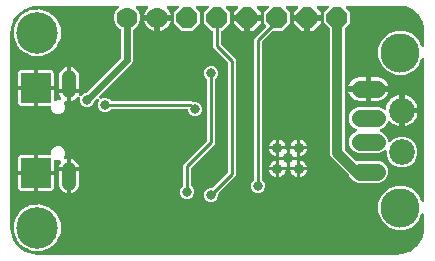
<source format=gbr>
G04 EAGLE Gerber RS-274X export*
G75*
%MOMM*%
%FSLAX34Y34*%
%LPD*%
%INBottom Copper*%
%IPPOS*%
%AMOC8*
5,1,8,0,0,1.08239X$1,22.5*%
G01*
%ADD10C,0.908000*%
%ADD11C,3.516000*%
%ADD12C,2.184400*%
%ADD13C,1.458000*%
%ADD14C,3.316000*%
%ADD15P,1.924489X8X112.500000*%
%ADD16R,2.500000X2.500000*%
%ADD17C,1.208000*%
%ADD18C,1.778000*%
%ADD19C,0.800100*%
%ADD20C,0.254000*%
%ADD21C,0.812800*%
%ADD22C,0.609600*%

G36*
X330222Y2543D02*
X330222Y2543D01*
X330300Y2545D01*
X333677Y2810D01*
X333745Y2824D01*
X333814Y2829D01*
X333970Y2869D01*
X340394Y4956D01*
X340501Y5006D01*
X340612Y5050D01*
X340663Y5083D01*
X340682Y5091D01*
X340697Y5104D01*
X340748Y5136D01*
X346212Y9107D01*
X346299Y9188D01*
X346346Y9227D01*
X346352Y9231D01*
X346353Y9232D01*
X346391Y9264D01*
X346429Y9310D01*
X346444Y9324D01*
X346455Y9342D01*
X346493Y9388D01*
X350464Y14852D01*
X350521Y14956D01*
X350585Y15056D01*
X350607Y15113D01*
X350617Y15131D01*
X350622Y15151D01*
X350644Y15206D01*
X352731Y21630D01*
X352744Y21698D01*
X352767Y21764D01*
X352790Y21923D01*
X353055Y25300D01*
X353055Y25304D01*
X353056Y25307D01*
X353055Y25326D01*
X353059Y25400D01*
X353059Y36287D01*
X353051Y36356D01*
X353052Y36426D01*
X353031Y36513D01*
X353019Y36602D01*
X352994Y36667D01*
X352977Y36735D01*
X352935Y36814D01*
X352902Y36898D01*
X352861Y36954D01*
X352829Y37016D01*
X352768Y37083D01*
X352716Y37155D01*
X352662Y37200D01*
X352615Y37251D01*
X352540Y37301D01*
X352471Y37358D01*
X352407Y37388D01*
X352349Y37426D01*
X352264Y37455D01*
X352183Y37494D01*
X352114Y37507D01*
X352048Y37529D01*
X351959Y37537D01*
X351871Y37553D01*
X351801Y37549D01*
X351731Y37555D01*
X351643Y37539D01*
X351553Y37534D01*
X351487Y37512D01*
X351418Y37500D01*
X351336Y37463D01*
X351251Y37436D01*
X351192Y37398D01*
X351128Y37370D01*
X351058Y37314D01*
X350982Y37265D01*
X350934Y37215D01*
X350880Y37171D01*
X350825Y37099D01*
X350764Y37034D01*
X350730Y36973D01*
X350688Y36917D01*
X350617Y36772D01*
X348519Y31707D01*
X343283Y26471D01*
X336442Y23637D01*
X329038Y23637D01*
X322197Y26471D01*
X316961Y31707D01*
X314127Y38548D01*
X314127Y45952D01*
X316961Y52793D01*
X322197Y58029D01*
X329038Y60863D01*
X336442Y60863D01*
X343283Y58029D01*
X348519Y52793D01*
X350617Y47728D01*
X350628Y47709D01*
X350633Y47694D01*
X350655Y47659D01*
X350678Y47602D01*
X350730Y47529D01*
X350775Y47451D01*
X350823Y47401D01*
X350864Y47345D01*
X350934Y47287D01*
X350996Y47223D01*
X351056Y47186D01*
X351109Y47142D01*
X351191Y47104D01*
X351267Y47057D01*
X351334Y47036D01*
X351397Y47006D01*
X351485Y46989D01*
X351571Y46963D01*
X351641Y46960D01*
X351710Y46947D01*
X351799Y46952D01*
X351889Y46948D01*
X351957Y46962D01*
X352027Y46966D01*
X352112Y46994D01*
X352200Y47012D01*
X352263Y47043D01*
X352329Y47064D01*
X352405Y47112D01*
X352486Y47152D01*
X352539Y47197D01*
X352598Y47235D01*
X352660Y47300D01*
X352728Y47358D01*
X352768Y47415D01*
X352816Y47466D01*
X352859Y47545D01*
X352911Y47618D01*
X352936Y47684D01*
X352970Y47745D01*
X352991Y47829D01*
X352997Y47841D01*
X352998Y47848D01*
X353024Y47916D01*
X353032Y47985D01*
X353049Y48053D01*
X353055Y48143D01*
X353057Y48153D01*
X353056Y48163D01*
X353059Y48213D01*
X353059Y167687D01*
X353051Y167756D01*
X353052Y167826D01*
X353031Y167913D01*
X353019Y168002D01*
X352994Y168067D01*
X352977Y168135D01*
X352935Y168214D01*
X352902Y168298D01*
X352861Y168354D01*
X352829Y168416D01*
X352768Y168483D01*
X352716Y168555D01*
X352662Y168600D01*
X352615Y168651D01*
X352540Y168701D01*
X352471Y168758D01*
X352407Y168788D01*
X352349Y168826D01*
X352264Y168855D01*
X352183Y168894D01*
X352114Y168907D01*
X352048Y168929D01*
X351959Y168937D01*
X351871Y168953D01*
X351801Y168949D01*
X351731Y168955D01*
X351643Y168939D01*
X351553Y168934D01*
X351487Y168912D01*
X351418Y168900D01*
X351336Y168863D01*
X351251Y168836D01*
X351192Y168798D01*
X351128Y168770D01*
X351058Y168714D01*
X350982Y168665D01*
X350934Y168615D01*
X350880Y168571D01*
X350825Y168499D01*
X350764Y168434D01*
X350730Y168373D01*
X350688Y168317D01*
X350617Y168172D01*
X348519Y163107D01*
X343283Y157871D01*
X336442Y155037D01*
X329038Y155037D01*
X322197Y157871D01*
X316961Y163107D01*
X314127Y169948D01*
X314127Y177352D01*
X316961Y184193D01*
X322197Y189429D01*
X329038Y192263D01*
X336442Y192263D01*
X343283Y189429D01*
X348519Y184193D01*
X350617Y179128D01*
X350652Y179067D01*
X350678Y179002D01*
X350730Y178929D01*
X350775Y178851D01*
X350823Y178801D01*
X350864Y178745D01*
X350934Y178687D01*
X350996Y178623D01*
X351056Y178586D01*
X351109Y178542D01*
X351191Y178504D01*
X351267Y178457D01*
X351334Y178436D01*
X351397Y178406D01*
X351485Y178389D01*
X351571Y178363D01*
X351641Y178360D01*
X351710Y178347D01*
X351799Y178352D01*
X351889Y178348D01*
X351957Y178362D01*
X352027Y178366D01*
X352112Y178394D01*
X352200Y178412D01*
X352263Y178443D01*
X352329Y178464D01*
X352405Y178512D01*
X352486Y178552D01*
X352539Y178597D01*
X352598Y178635D01*
X352660Y178700D01*
X352728Y178758D01*
X352768Y178815D01*
X352816Y178866D01*
X352859Y178945D01*
X352911Y179018D01*
X352936Y179084D01*
X352970Y179145D01*
X352992Y179231D01*
X353024Y179316D01*
X353032Y179385D01*
X353049Y179453D01*
X353059Y179613D01*
X353059Y189100D01*
X353053Y189147D01*
X353056Y189195D01*
X353033Y189304D01*
X353019Y189415D01*
X353002Y189460D01*
X352992Y189507D01*
X352974Y189545D01*
X353055Y190552D01*
X353054Y190573D01*
X353059Y190654D01*
X353059Y191911D01*
X353064Y191930D01*
X353071Y192034D01*
X353074Y192053D01*
X353073Y192065D01*
X353075Y192091D01*
X353079Y193906D01*
X353071Y193975D01*
X353072Y194044D01*
X353045Y194202D01*
X351616Y200218D01*
X351574Y200329D01*
X351539Y200443D01*
X351511Y200496D01*
X351504Y200516D01*
X351492Y200532D01*
X351464Y200585D01*
X348246Y205865D01*
X348172Y205957D01*
X348104Y206055D01*
X348061Y206097D01*
X348048Y206113D01*
X348032Y206125D01*
X347989Y206167D01*
X343297Y210194D01*
X343198Y210259D01*
X343103Y210331D01*
X343049Y210358D01*
X343032Y210369D01*
X343012Y210376D01*
X342959Y210402D01*
X337252Y212782D01*
X337186Y212800D01*
X337122Y212828D01*
X336965Y212863D01*
X333981Y213343D01*
X333960Y213344D01*
X333940Y213349D01*
X333780Y213359D01*
X287752Y213359D01*
X287614Y213342D01*
X287476Y213329D01*
X287457Y213322D01*
X287436Y213319D01*
X287307Y213268D01*
X287176Y213221D01*
X287160Y213210D01*
X287141Y213202D01*
X287028Y213121D01*
X286913Y213043D01*
X286900Y213027D01*
X286883Y213016D01*
X286795Y212908D01*
X286703Y212804D01*
X286694Y212786D01*
X286681Y212771D01*
X286621Y212644D01*
X286558Y212521D01*
X286554Y212501D01*
X286545Y212483D01*
X286519Y212347D01*
X286489Y212211D01*
X286489Y212190D01*
X286485Y212171D01*
X286494Y212032D01*
X286498Y211893D01*
X286504Y211873D01*
X286505Y211853D01*
X286548Y211721D01*
X286587Y211587D01*
X286597Y211570D01*
X286603Y211551D01*
X286678Y211433D01*
X286748Y211313D01*
X286767Y211292D01*
X286773Y211282D01*
X286788Y211268D01*
X286855Y211193D01*
X290323Y207724D01*
X290323Y198676D01*
X285868Y194221D01*
X285808Y194143D01*
X285740Y194071D01*
X285711Y194018D01*
X285674Y193970D01*
X285634Y193879D01*
X285586Y193793D01*
X285571Y193734D01*
X285547Y193678D01*
X285532Y193580D01*
X285507Y193485D01*
X285501Y193385D01*
X285497Y193364D01*
X285499Y193352D01*
X285497Y193324D01*
X285497Y91951D01*
X285509Y91853D01*
X285512Y91754D01*
X285529Y91696D01*
X285537Y91636D01*
X285573Y91543D01*
X285601Y91448D01*
X285631Y91396D01*
X285654Y91340D01*
X285712Y91260D01*
X285762Y91174D01*
X285828Y91099D01*
X285840Y91083D01*
X285850Y91075D01*
X285868Y91054D01*
X294590Y82332D01*
X294614Y82314D01*
X294633Y82291D01*
X294739Y82216D01*
X294842Y82137D01*
X294869Y82125D01*
X294893Y82108D01*
X295014Y82062D01*
X295134Y82010D01*
X295163Y82006D01*
X295190Y81995D01*
X295319Y81981D01*
X295448Y81961D01*
X295477Y81963D01*
X295506Y81960D01*
X295635Y81978D01*
X295764Y81990D01*
X295792Y82000D01*
X295821Y82004D01*
X295974Y82057D01*
X296496Y82273D01*
X314784Y82273D01*
X318211Y80853D01*
X320833Y78231D01*
X322253Y74804D01*
X322253Y71096D01*
X320833Y67669D01*
X318211Y65047D01*
X314784Y63627D01*
X296496Y63627D01*
X293069Y65047D01*
X290447Y67669D01*
X289439Y70103D01*
X289434Y70111D01*
X289431Y70120D01*
X289355Y70249D01*
X289281Y70379D01*
X289275Y70386D01*
X289270Y70394D01*
X289163Y70515D01*
X274231Y85446D01*
X273303Y87687D01*
X273303Y193324D01*
X273291Y193422D01*
X273288Y193521D01*
X273271Y193579D01*
X273263Y193639D01*
X273227Y193732D01*
X273199Y193827D01*
X273169Y193879D01*
X273146Y193935D01*
X273088Y194015D01*
X273038Y194101D01*
X272972Y194176D01*
X272960Y194193D01*
X272950Y194200D01*
X272932Y194221D01*
X268477Y198676D01*
X268477Y207724D01*
X271945Y211193D01*
X272031Y211302D01*
X272119Y211409D01*
X272128Y211428D01*
X272140Y211444D01*
X272196Y211572D01*
X272255Y211697D01*
X272259Y211717D01*
X272267Y211736D01*
X272289Y211874D01*
X272315Y212010D01*
X272313Y212030D01*
X272317Y212050D01*
X272304Y212189D01*
X272295Y212327D01*
X272289Y212346D01*
X272287Y212366D01*
X272240Y212498D01*
X272197Y212629D01*
X272186Y212647D01*
X272179Y212666D01*
X272101Y212781D01*
X272027Y212898D01*
X272012Y212912D01*
X272001Y212929D01*
X271896Y213021D01*
X271795Y213116D01*
X271777Y213126D01*
X271762Y213139D01*
X271638Y213203D01*
X271517Y213270D01*
X271497Y213275D01*
X271479Y213284D01*
X271343Y213314D01*
X271209Y213349D01*
X271181Y213351D01*
X271169Y213354D01*
X271148Y213353D01*
X271048Y213359D01*
X263070Y213359D01*
X262933Y213342D01*
X262794Y213329D01*
X262775Y213322D01*
X262755Y213319D01*
X262626Y213268D01*
X262495Y213221D01*
X262478Y213210D01*
X262459Y213202D01*
X262347Y213121D01*
X262232Y213043D01*
X262218Y213027D01*
X262202Y213016D01*
X262113Y212908D01*
X262021Y212804D01*
X262012Y212786D01*
X261999Y212771D01*
X261940Y212644D01*
X261877Y212521D01*
X261872Y212501D01*
X261864Y212483D01*
X261837Y212347D01*
X261807Y212211D01*
X261808Y212190D01*
X261804Y212171D01*
X261812Y212032D01*
X261817Y211893D01*
X261822Y211873D01*
X261823Y211853D01*
X261866Y211721D01*
X261905Y211587D01*
X261915Y211570D01*
X261922Y211551D01*
X261996Y211433D01*
X262067Y211313D01*
X262085Y211292D01*
X262092Y211282D01*
X262107Y211268D01*
X262173Y211193D01*
X265431Y207935D01*
X265431Y205739D01*
X255270Y205739D01*
X255152Y205724D01*
X255033Y205717D01*
X254995Y205704D01*
X254955Y205699D01*
X254844Y205656D01*
X254731Y205619D01*
X254697Y205597D01*
X254659Y205582D01*
X254563Y205512D01*
X254462Y205449D01*
X254434Y205419D01*
X254402Y205395D01*
X254326Y205304D01*
X254244Y205217D01*
X254225Y205182D01*
X254199Y205151D01*
X254148Y205043D01*
X254091Y204939D01*
X254080Y204899D01*
X254063Y204863D01*
X254041Y204746D01*
X254011Y204631D01*
X254007Y204570D01*
X254003Y204550D01*
X254005Y204530D01*
X254001Y204470D01*
X254001Y203199D01*
X253999Y203199D01*
X253999Y204470D01*
X253984Y204588D01*
X253977Y204707D01*
X253964Y204745D01*
X253959Y204785D01*
X253915Y204896D01*
X253879Y205009D01*
X253857Y205044D01*
X253842Y205081D01*
X253773Y205177D01*
X253709Y205278D01*
X253679Y205306D01*
X253655Y205339D01*
X253564Y205414D01*
X253477Y205496D01*
X253442Y205516D01*
X253410Y205541D01*
X253303Y205592D01*
X253198Y205650D01*
X253159Y205660D01*
X253123Y205677D01*
X253006Y205699D01*
X252891Y205729D01*
X252830Y205733D01*
X252810Y205737D01*
X252790Y205735D01*
X252730Y205739D01*
X242569Y205739D01*
X242569Y207935D01*
X245827Y211193D01*
X245912Y211302D01*
X246001Y211409D01*
X246010Y211428D01*
X246022Y211444D01*
X246077Y211572D01*
X246136Y211697D01*
X246140Y211717D01*
X246148Y211736D01*
X246170Y211874D01*
X246196Y212010D01*
X246195Y212030D01*
X246198Y212050D01*
X246185Y212189D01*
X246177Y212327D01*
X246170Y212346D01*
X246168Y212366D01*
X246121Y212498D01*
X246078Y212629D01*
X246068Y212647D01*
X246061Y212666D01*
X245983Y212781D01*
X245908Y212898D01*
X245894Y212912D01*
X245882Y212929D01*
X245778Y213021D01*
X245677Y213116D01*
X245659Y213126D01*
X245644Y213139D01*
X245520Y213203D01*
X245398Y213270D01*
X245379Y213275D01*
X245361Y213284D01*
X245225Y213314D01*
X245090Y213349D01*
X245062Y213351D01*
X245050Y213354D01*
X245030Y213353D01*
X244930Y213359D01*
X236952Y213359D01*
X236814Y213342D01*
X236676Y213329D01*
X236657Y213322D01*
X236636Y213319D01*
X236507Y213268D01*
X236376Y213221D01*
X236360Y213210D01*
X236341Y213202D01*
X236228Y213121D01*
X236113Y213043D01*
X236100Y213027D01*
X236083Y213016D01*
X235995Y212908D01*
X235903Y212804D01*
X235894Y212786D01*
X235881Y212771D01*
X235821Y212644D01*
X235758Y212521D01*
X235754Y212501D01*
X235745Y212483D01*
X235719Y212347D01*
X235689Y212211D01*
X235689Y212190D01*
X235685Y212171D01*
X235694Y212032D01*
X235698Y211893D01*
X235704Y211873D01*
X235705Y211853D01*
X235748Y211721D01*
X235787Y211587D01*
X235797Y211570D01*
X235803Y211551D01*
X235878Y211433D01*
X235948Y211313D01*
X235967Y211292D01*
X235973Y211282D01*
X235988Y211268D01*
X236055Y211193D01*
X239523Y207724D01*
X239523Y198676D01*
X233124Y192277D01*
X225414Y192277D01*
X225316Y192265D01*
X225217Y192262D01*
X225158Y192245D01*
X225098Y192237D01*
X225006Y192201D01*
X224911Y192173D01*
X224859Y192143D01*
X224803Y192120D01*
X224722Y192062D01*
X224637Y192012D01*
X224562Y191946D01*
X224545Y191934D01*
X224537Y191924D01*
X224516Y191906D01*
X215764Y183154D01*
X215704Y183075D01*
X215636Y183003D01*
X215607Y182950D01*
X215570Y182902D01*
X215530Y182811D01*
X215482Y182725D01*
X215467Y182666D01*
X215443Y182611D01*
X215428Y182513D01*
X215403Y182417D01*
X215397Y182317D01*
X215393Y182296D01*
X215395Y182284D01*
X215393Y182256D01*
X215393Y66715D01*
X215405Y66617D01*
X215408Y66518D01*
X215425Y66460D01*
X215433Y66400D01*
X215469Y66308D01*
X215497Y66213D01*
X215527Y66160D01*
X215550Y66104D01*
X215608Y66024D01*
X215658Y65939D01*
X215724Y65863D01*
X215736Y65847D01*
X215746Y65839D01*
X215764Y65818D01*
X217205Y64378D01*
X218123Y62160D01*
X218123Y59760D01*
X217205Y57542D01*
X215508Y55845D01*
X213290Y54927D01*
X210890Y54927D01*
X208672Y55845D01*
X206975Y57542D01*
X206057Y59760D01*
X206057Y62160D01*
X206975Y64378D01*
X208416Y65818D01*
X208476Y65896D01*
X208544Y65968D01*
X208573Y66021D01*
X208610Y66069D01*
X208650Y66160D01*
X208698Y66247D01*
X208713Y66305D01*
X208737Y66361D01*
X208752Y66459D01*
X208777Y66555D01*
X208783Y66655D01*
X208787Y66675D01*
X208785Y66687D01*
X208787Y66715D01*
X208787Y185518D01*
X211094Y187824D01*
X218914Y195644D01*
X218987Y195739D01*
X219065Y195828D01*
X219084Y195864D01*
X219109Y195896D01*
X219156Y196005D01*
X219210Y196111D01*
X219219Y196150D01*
X219235Y196187D01*
X219254Y196305D01*
X219280Y196421D01*
X219278Y196462D01*
X219285Y196502D01*
X219274Y196620D01*
X219270Y196739D01*
X219259Y196778D01*
X219255Y196818D01*
X219215Y196930D01*
X219182Y197045D01*
X219161Y197079D01*
X219147Y197117D01*
X219080Y197216D01*
X219020Y197319D01*
X218980Y197364D01*
X218969Y197381D01*
X218953Y197394D01*
X218914Y197439D01*
X217677Y198676D01*
X217677Y207724D01*
X221145Y211193D01*
X221231Y211302D01*
X221319Y211409D01*
X221328Y211428D01*
X221340Y211444D01*
X221396Y211572D01*
X221455Y211697D01*
X221459Y211717D01*
X221467Y211736D01*
X221489Y211874D01*
X221515Y212010D01*
X221513Y212030D01*
X221517Y212050D01*
X221504Y212189D01*
X221495Y212327D01*
X221489Y212346D01*
X221487Y212366D01*
X221440Y212498D01*
X221397Y212629D01*
X221386Y212647D01*
X221379Y212666D01*
X221301Y212781D01*
X221227Y212898D01*
X221212Y212912D01*
X221201Y212929D01*
X221096Y213021D01*
X220995Y213116D01*
X220977Y213126D01*
X220962Y213139D01*
X220838Y213203D01*
X220717Y213270D01*
X220697Y213275D01*
X220679Y213284D01*
X220543Y213314D01*
X220409Y213349D01*
X220381Y213351D01*
X220369Y213354D01*
X220348Y213353D01*
X220248Y213359D01*
X212270Y213359D01*
X212133Y213342D01*
X211994Y213329D01*
X211975Y213322D01*
X211955Y213319D01*
X211826Y213268D01*
X211695Y213221D01*
X211678Y213210D01*
X211659Y213202D01*
X211547Y213121D01*
X211432Y213043D01*
X211418Y213027D01*
X211402Y213016D01*
X211313Y212908D01*
X211221Y212804D01*
X211212Y212786D01*
X211199Y212771D01*
X211140Y212644D01*
X211077Y212521D01*
X211072Y212501D01*
X211064Y212483D01*
X211037Y212347D01*
X211007Y212211D01*
X211008Y212190D01*
X211004Y212171D01*
X211012Y212032D01*
X211017Y211893D01*
X211022Y211873D01*
X211023Y211853D01*
X211066Y211721D01*
X211105Y211587D01*
X211115Y211570D01*
X211122Y211551D01*
X211196Y211433D01*
X211267Y211313D01*
X211285Y211292D01*
X211292Y211282D01*
X211307Y211268D01*
X211373Y211193D01*
X214631Y207935D01*
X214631Y205739D01*
X204470Y205739D01*
X204352Y205724D01*
X204233Y205717D01*
X204195Y205704D01*
X204155Y205699D01*
X204044Y205656D01*
X203931Y205619D01*
X203897Y205597D01*
X203859Y205582D01*
X203763Y205512D01*
X203662Y205449D01*
X203634Y205419D01*
X203602Y205395D01*
X203526Y205304D01*
X203444Y205217D01*
X203425Y205182D01*
X203399Y205151D01*
X203348Y205043D01*
X203291Y204939D01*
X203280Y204899D01*
X203263Y204863D01*
X203241Y204746D01*
X203211Y204631D01*
X203207Y204570D01*
X203203Y204550D01*
X203205Y204530D01*
X203201Y204470D01*
X203201Y203199D01*
X203199Y203199D01*
X203199Y204470D01*
X203184Y204588D01*
X203177Y204707D01*
X203164Y204745D01*
X203159Y204785D01*
X203115Y204896D01*
X203079Y205009D01*
X203057Y205044D01*
X203042Y205081D01*
X202973Y205177D01*
X202909Y205278D01*
X202879Y205306D01*
X202855Y205339D01*
X202764Y205414D01*
X202677Y205496D01*
X202642Y205516D01*
X202610Y205541D01*
X202503Y205592D01*
X202398Y205650D01*
X202359Y205660D01*
X202323Y205677D01*
X202206Y205699D01*
X202091Y205729D01*
X202030Y205733D01*
X202010Y205737D01*
X201990Y205735D01*
X201930Y205739D01*
X191769Y205739D01*
X191769Y207935D01*
X195027Y211193D01*
X195112Y211302D01*
X195201Y211409D01*
X195210Y211428D01*
X195222Y211444D01*
X195277Y211572D01*
X195336Y211697D01*
X195340Y211717D01*
X195348Y211736D01*
X195370Y211874D01*
X195396Y212010D01*
X195395Y212030D01*
X195398Y212050D01*
X195385Y212189D01*
X195377Y212327D01*
X195370Y212346D01*
X195368Y212366D01*
X195321Y212498D01*
X195278Y212629D01*
X195268Y212647D01*
X195261Y212666D01*
X195183Y212781D01*
X195108Y212898D01*
X195094Y212912D01*
X195082Y212929D01*
X194978Y213021D01*
X194877Y213116D01*
X194859Y213126D01*
X194844Y213139D01*
X194720Y213203D01*
X194598Y213270D01*
X194579Y213275D01*
X194561Y213284D01*
X194425Y213314D01*
X194290Y213349D01*
X194262Y213351D01*
X194250Y213354D01*
X194230Y213353D01*
X194130Y213359D01*
X186152Y213359D01*
X186014Y213342D01*
X185876Y213329D01*
X185857Y213322D01*
X185836Y213319D01*
X185707Y213268D01*
X185576Y213221D01*
X185560Y213210D01*
X185541Y213202D01*
X185428Y213121D01*
X185313Y213043D01*
X185300Y213027D01*
X185283Y213016D01*
X185195Y212908D01*
X185103Y212804D01*
X185094Y212786D01*
X185081Y212771D01*
X185021Y212644D01*
X184958Y212521D01*
X184954Y212501D01*
X184945Y212483D01*
X184919Y212347D01*
X184889Y212211D01*
X184889Y212190D01*
X184885Y212171D01*
X184894Y212032D01*
X184898Y211893D01*
X184904Y211873D01*
X184905Y211853D01*
X184948Y211721D01*
X184987Y211587D01*
X184997Y211570D01*
X185003Y211551D01*
X185078Y211433D01*
X185148Y211313D01*
X185167Y211292D01*
X185173Y211282D01*
X185188Y211268D01*
X185255Y211193D01*
X188723Y207724D01*
X188723Y198676D01*
X182317Y192270D01*
X182254Y192262D01*
X182135Y192255D01*
X182097Y192242D01*
X182056Y192237D01*
X181946Y192194D01*
X181833Y192157D01*
X181798Y192135D01*
X181761Y192120D01*
X181665Y192051D01*
X181564Y191987D01*
X181536Y191957D01*
X181503Y191934D01*
X181427Y191842D01*
X181346Y191755D01*
X181326Y191720D01*
X181301Y191689D01*
X181250Y191581D01*
X181192Y191477D01*
X181182Y191437D01*
X181165Y191401D01*
X181143Y191284D01*
X181113Y191169D01*
X181109Y191109D01*
X181105Y191089D01*
X181107Y191068D01*
X181103Y191008D01*
X181103Y180964D01*
X181115Y180866D01*
X181118Y180767D01*
X181135Y180708D01*
X181143Y180648D01*
X181179Y180556D01*
X181207Y180461D01*
X181237Y180409D01*
X181260Y180353D01*
X181318Y180273D01*
X181368Y180187D01*
X181434Y180112D01*
X181446Y180095D01*
X181456Y180087D01*
X181474Y180066D01*
X193803Y167738D01*
X193803Y69752D01*
X179125Y55074D01*
X179064Y54996D01*
X178996Y54924D01*
X178967Y54871D01*
X178930Y54823D01*
X178891Y54732D01*
X178843Y54645D01*
X178828Y54587D01*
X178804Y54531D01*
X178788Y54433D01*
X178763Y54337D01*
X178757Y54237D01*
X178754Y54217D01*
X178755Y54205D01*
X178753Y54177D01*
X178753Y52140D01*
X177835Y49922D01*
X176138Y48225D01*
X173920Y47307D01*
X171520Y47307D01*
X169302Y48225D01*
X167605Y49922D01*
X166687Y52140D01*
X166687Y54540D01*
X167605Y56758D01*
X169302Y58455D01*
X171520Y59373D01*
X173557Y59373D01*
X173655Y59386D01*
X173754Y59389D01*
X173812Y59405D01*
X173872Y59413D01*
X173964Y59450D01*
X174059Y59477D01*
X174112Y59508D01*
X174168Y59530D01*
X174248Y59588D01*
X174333Y59639D01*
X174409Y59705D01*
X174425Y59717D01*
X174433Y59726D01*
X174454Y59745D01*
X186826Y72116D01*
X186886Y72195D01*
X186954Y72267D01*
X186983Y72320D01*
X187020Y72368D01*
X187060Y72459D01*
X187108Y72545D01*
X187123Y72604D01*
X187147Y72659D01*
X187162Y72757D01*
X187187Y72853D01*
X187193Y72953D01*
X187197Y72974D01*
X187195Y72986D01*
X187197Y73014D01*
X187197Y164476D01*
X187185Y164574D01*
X187182Y164673D01*
X187165Y164732D01*
X187157Y164792D01*
X187121Y164884D01*
X187093Y164979D01*
X187063Y165031D01*
X187040Y165087D01*
X186982Y165167D01*
X186932Y165253D01*
X186866Y165328D01*
X186854Y165345D01*
X186844Y165353D01*
X186826Y165374D01*
X174497Y177702D01*
X174497Y191008D01*
X174482Y191126D01*
X174475Y191245D01*
X174462Y191283D01*
X174457Y191324D01*
X174414Y191434D01*
X174377Y191547D01*
X174355Y191582D01*
X174340Y191619D01*
X174271Y191715D01*
X174207Y191816D01*
X174177Y191844D01*
X174154Y191877D01*
X174062Y191953D01*
X173975Y192034D01*
X173940Y192054D01*
X173909Y192079D01*
X173801Y192130D01*
X173697Y192188D01*
X173657Y192198D01*
X173621Y192215D01*
X173504Y192237D01*
X173389Y192267D01*
X173329Y192271D01*
X173309Y192275D01*
X173288Y192273D01*
X173279Y192274D01*
X166877Y198676D01*
X166877Y207724D01*
X170345Y211193D01*
X170431Y211302D01*
X170519Y211409D01*
X170528Y211428D01*
X170540Y211444D01*
X170596Y211572D01*
X170655Y211697D01*
X170659Y211717D01*
X170667Y211736D01*
X170689Y211874D01*
X170715Y212010D01*
X170713Y212030D01*
X170717Y212050D01*
X170704Y212189D01*
X170695Y212327D01*
X170689Y212346D01*
X170687Y212366D01*
X170640Y212498D01*
X170597Y212629D01*
X170586Y212647D01*
X170579Y212666D01*
X170501Y212781D01*
X170427Y212898D01*
X170412Y212912D01*
X170401Y212929D01*
X170296Y213021D01*
X170195Y213116D01*
X170177Y213126D01*
X170162Y213139D01*
X170038Y213203D01*
X169917Y213270D01*
X169897Y213275D01*
X169879Y213284D01*
X169743Y213314D01*
X169609Y213349D01*
X169581Y213351D01*
X169569Y213354D01*
X169548Y213353D01*
X169448Y213359D01*
X160752Y213359D01*
X160614Y213342D01*
X160476Y213329D01*
X160457Y213322D01*
X160436Y213319D01*
X160307Y213268D01*
X160176Y213221D01*
X160160Y213210D01*
X160141Y213202D01*
X160028Y213121D01*
X159913Y213043D01*
X159900Y213027D01*
X159883Y213016D01*
X159795Y212908D01*
X159703Y212804D01*
X159694Y212786D01*
X159681Y212771D01*
X159621Y212644D01*
X159558Y212521D01*
X159554Y212501D01*
X159545Y212483D01*
X159519Y212347D01*
X159489Y212211D01*
X159489Y212190D01*
X159485Y212171D01*
X159494Y212032D01*
X159498Y211893D01*
X159504Y211873D01*
X159505Y211853D01*
X159548Y211721D01*
X159587Y211587D01*
X159597Y211570D01*
X159603Y211551D01*
X159678Y211433D01*
X159748Y211313D01*
X159767Y211292D01*
X159773Y211282D01*
X159788Y211268D01*
X159855Y211193D01*
X163323Y207724D01*
X163323Y198676D01*
X156924Y192277D01*
X147876Y192277D01*
X141477Y198676D01*
X141477Y207724D01*
X144945Y211193D01*
X145031Y211302D01*
X145119Y211409D01*
X145128Y211428D01*
X145140Y211444D01*
X145196Y211572D01*
X145255Y211697D01*
X145259Y211717D01*
X145267Y211736D01*
X145289Y211874D01*
X145315Y212010D01*
X145313Y212030D01*
X145317Y212050D01*
X145304Y212189D01*
X145295Y212327D01*
X145289Y212346D01*
X145287Y212366D01*
X145240Y212498D01*
X145197Y212629D01*
X145186Y212647D01*
X145179Y212666D01*
X145101Y212781D01*
X145027Y212898D01*
X145012Y212912D01*
X145001Y212929D01*
X144896Y213021D01*
X144795Y213116D01*
X144777Y213126D01*
X144762Y213139D01*
X144638Y213203D01*
X144517Y213270D01*
X144497Y213275D01*
X144479Y213284D01*
X144343Y213314D01*
X144209Y213349D01*
X144181Y213351D01*
X144169Y213354D01*
X144148Y213353D01*
X144048Y213359D01*
X136070Y213359D01*
X135932Y213342D01*
X135794Y213329D01*
X135775Y213322D01*
X135755Y213319D01*
X135625Y213268D01*
X135495Y213221D01*
X135478Y213210D01*
X135459Y213202D01*
X135347Y213121D01*
X135232Y213043D01*
X135218Y213027D01*
X135202Y213016D01*
X135113Y212908D01*
X135021Y212804D01*
X135012Y212786D01*
X134999Y212771D01*
X134940Y212645D01*
X134877Y212521D01*
X134872Y212501D01*
X134864Y212483D01*
X134838Y212347D01*
X134807Y212211D01*
X134808Y212190D01*
X134804Y212171D01*
X134812Y212032D01*
X134817Y211893D01*
X134822Y211873D01*
X134824Y211853D01*
X134866Y211721D01*
X134905Y211587D01*
X134915Y211570D01*
X134922Y211551D01*
X134996Y211433D01*
X135067Y211313D01*
X135085Y211292D01*
X135092Y211282D01*
X135107Y211268D01*
X135173Y211192D01*
X135719Y210647D01*
X136777Y209191D01*
X137593Y207588D01*
X138149Y205877D01*
X138177Y205699D01*
X128230Y205699D01*
X128112Y205684D01*
X127993Y205677D01*
X127955Y205664D01*
X127915Y205659D01*
X127804Y205616D01*
X127691Y205579D01*
X127657Y205557D01*
X127619Y205542D01*
X127523Y205473D01*
X127422Y205409D01*
X127394Y205379D01*
X127362Y205356D01*
X127286Y205264D01*
X127204Y205177D01*
X127185Y205142D01*
X127159Y205111D01*
X127108Y205003D01*
X127051Y204899D01*
X127041Y204859D01*
X127023Y204823D01*
X127003Y204716D01*
X126999Y204746D01*
X126955Y204856D01*
X126919Y204969D01*
X126897Y205004D01*
X126882Y205041D01*
X126812Y205137D01*
X126749Y205238D01*
X126719Y205266D01*
X126695Y205299D01*
X126604Y205375D01*
X126517Y205456D01*
X126482Y205476D01*
X126450Y205501D01*
X126343Y205552D01*
X126238Y205610D01*
X126199Y205620D01*
X126163Y205637D01*
X126046Y205659D01*
X125930Y205689D01*
X125870Y205693D01*
X125850Y205697D01*
X125830Y205695D01*
X125770Y205699D01*
X115823Y205699D01*
X115851Y205877D01*
X116407Y207588D01*
X117223Y209191D01*
X118281Y210647D01*
X118827Y211192D01*
X118912Y211302D01*
X119001Y211409D01*
X119010Y211428D01*
X119022Y211444D01*
X119077Y211572D01*
X119136Y211697D01*
X119140Y211717D01*
X119148Y211736D01*
X119170Y211874D01*
X119196Y212010D01*
X119195Y212030D01*
X119198Y212050D01*
X119185Y212189D01*
X119176Y212327D01*
X119170Y212346D01*
X119168Y212366D01*
X119121Y212497D01*
X119078Y212629D01*
X119068Y212647D01*
X119061Y212666D01*
X118983Y212780D01*
X118908Y212898D01*
X118894Y212912D01*
X118882Y212929D01*
X118778Y213021D01*
X118677Y213116D01*
X118659Y213126D01*
X118644Y213139D01*
X118520Y213202D01*
X118398Y213270D01*
X118379Y213275D01*
X118361Y213284D01*
X118225Y213314D01*
X118090Y213349D01*
X118062Y213351D01*
X118050Y213354D01*
X118030Y213353D01*
X117930Y213359D01*
X109952Y213359D01*
X109815Y213342D01*
X109676Y213329D01*
X109657Y213322D01*
X109636Y213319D01*
X109508Y213268D01*
X109376Y213221D01*
X109360Y213210D01*
X109341Y213202D01*
X109228Y213121D01*
X109113Y213043D01*
X109100Y213027D01*
X109083Y213016D01*
X108995Y212908D01*
X108903Y212804D01*
X108894Y212786D01*
X108881Y212771D01*
X108821Y212644D01*
X108758Y212521D01*
X108754Y212501D01*
X108745Y212483D01*
X108719Y212346D01*
X108689Y212211D01*
X108689Y212190D01*
X108685Y212171D01*
X108694Y212032D01*
X108698Y211893D01*
X108704Y211873D01*
X108705Y211853D01*
X108748Y211721D01*
X108787Y211587D01*
X108797Y211570D01*
X108803Y211551D01*
X108878Y211433D01*
X108948Y211313D01*
X108967Y211292D01*
X108973Y211282D01*
X108988Y211268D01*
X109055Y211193D01*
X110860Y209387D01*
X112523Y205373D01*
X112523Y201027D01*
X110860Y197013D01*
X107787Y193940D01*
X107464Y193806D01*
X107439Y193792D01*
X107411Y193783D01*
X107301Y193713D01*
X107188Y193649D01*
X107167Y193628D01*
X107142Y193613D01*
X107053Y193518D01*
X106960Y193428D01*
X106944Y193402D01*
X106924Y193381D01*
X106861Y193267D01*
X106793Y193156D01*
X106785Y193128D01*
X106770Y193102D01*
X106738Y192977D01*
X106700Y192853D01*
X106698Y192823D01*
X106691Y192794D01*
X106681Y192634D01*
X106681Y166629D01*
X105907Y164762D01*
X104299Y163154D01*
X77956Y136810D01*
X77913Y136755D01*
X77863Y136707D01*
X77816Y136630D01*
X77761Y136559D01*
X77733Y136495D01*
X77696Y136435D01*
X77670Y136350D01*
X77634Y136267D01*
X77623Y136198D01*
X77603Y136132D01*
X77599Y136042D01*
X77584Y135953D01*
X77591Y135883D01*
X77588Y135814D01*
X77606Y135726D01*
X77614Y135636D01*
X77638Y135571D01*
X77652Y135502D01*
X77691Y135422D01*
X77722Y135337D01*
X77761Y135279D01*
X77792Y135217D01*
X77850Y135148D01*
X77900Y135074D01*
X77953Y135028D01*
X77998Y134975D01*
X78071Y134923D01*
X78139Y134864D01*
X78201Y134832D01*
X78258Y134792D01*
X78342Y134760D01*
X78422Y134719D01*
X78490Y134704D01*
X78555Y134679D01*
X78645Y134669D01*
X78732Y134649D01*
X78802Y134651D01*
X78871Y134644D01*
X78960Y134656D01*
X79050Y134659D01*
X79117Y134678D01*
X79186Y134688D01*
X79339Y134740D01*
X81350Y135573D01*
X83750Y135573D01*
X85968Y134655D01*
X87408Y133214D01*
X87486Y133154D01*
X87558Y133086D01*
X87611Y133057D01*
X87659Y133020D01*
X87750Y132980D01*
X87837Y132932D01*
X87895Y132917D01*
X87951Y132893D01*
X88049Y132878D01*
X88145Y132853D01*
X88245Y132847D01*
X88265Y132843D01*
X88277Y132845D01*
X88305Y132843D01*
X156308Y132843D01*
X157016Y132135D01*
X157094Y132074D01*
X157166Y132006D01*
X157219Y131977D01*
X157267Y131940D01*
X157358Y131901D01*
X157445Y131853D01*
X157503Y131838D01*
X157559Y131814D01*
X157657Y131798D01*
X157753Y131773D01*
X157853Y131767D01*
X157873Y131764D01*
X157885Y131765D01*
X157913Y131763D01*
X159950Y131763D01*
X162168Y130845D01*
X163865Y129148D01*
X164783Y126930D01*
X164783Y124530D01*
X163865Y122312D01*
X162168Y120615D01*
X159950Y119697D01*
X157550Y119697D01*
X155332Y120615D01*
X153635Y122312D01*
X152717Y124530D01*
X152717Y124968D01*
X152702Y125086D01*
X152694Y125205D01*
X152682Y125243D01*
X152677Y125284D01*
X152633Y125394D01*
X152596Y125507D01*
X152575Y125542D01*
X152560Y125579D01*
X152490Y125675D01*
X152426Y125776D01*
X152397Y125804D01*
X152373Y125837D01*
X152281Y125913D01*
X152195Y125994D01*
X152159Y126014D01*
X152128Y126039D01*
X152020Y126090D01*
X151916Y126148D01*
X151877Y126158D01*
X151840Y126175D01*
X151724Y126197D01*
X151608Y126227D01*
X151548Y126231D01*
X151528Y126235D01*
X151508Y126233D01*
X151448Y126237D01*
X88305Y126237D01*
X88207Y126225D01*
X88108Y126222D01*
X88050Y126205D01*
X87990Y126197D01*
X87898Y126161D01*
X87803Y126133D01*
X87750Y126103D01*
X87694Y126080D01*
X87614Y126022D01*
X87529Y125972D01*
X87453Y125906D01*
X87437Y125894D01*
X87429Y125884D01*
X87408Y125866D01*
X85968Y124425D01*
X83750Y123507D01*
X81350Y123507D01*
X79132Y124425D01*
X77435Y126122D01*
X76517Y128340D01*
X76517Y130740D01*
X77350Y132751D01*
X77368Y132818D01*
X77396Y132883D01*
X77410Y132971D01*
X77434Y133058D01*
X77435Y133128D01*
X77446Y133197D01*
X77437Y133286D01*
X77439Y133376D01*
X77423Y133444D01*
X77416Y133513D01*
X77386Y133598D01*
X77365Y133685D01*
X77332Y133747D01*
X77308Y133813D01*
X77258Y133887D01*
X77216Y133966D01*
X77169Y134018D01*
X77130Y134076D01*
X77062Y134135D01*
X77002Y134202D01*
X76944Y134240D01*
X76891Y134286D01*
X76811Y134327D01*
X76736Y134376D01*
X76670Y134399D01*
X76608Y134431D01*
X76521Y134451D01*
X76436Y134480D01*
X76366Y134485D01*
X76298Y134500D01*
X76208Y134498D01*
X76118Y134505D01*
X76050Y134493D01*
X75980Y134491D01*
X75894Y134466D01*
X75805Y134450D01*
X75742Y134422D01*
X75674Y134402D01*
X75597Y134357D01*
X75515Y134320D01*
X75461Y134276D01*
X75401Y134241D01*
X75280Y134134D01*
X73556Y132411D01*
X73550Y132403D01*
X73543Y132397D01*
X73453Y132278D01*
X73361Y132159D01*
X73357Y132151D01*
X73352Y132143D01*
X73281Y131999D01*
X72425Y129932D01*
X70728Y128235D01*
X68510Y127317D01*
X66110Y127317D01*
X63892Y128235D01*
X62195Y129932D01*
X61277Y132150D01*
X61277Y134550D01*
X61325Y134666D01*
X61334Y134700D01*
X61350Y134731D01*
X61376Y134853D01*
X61409Y134973D01*
X61409Y135008D01*
X61417Y135042D01*
X61412Y135166D01*
X61414Y135291D01*
X61406Y135325D01*
X61404Y135360D01*
X61369Y135479D01*
X61340Y135600D01*
X61323Y135631D01*
X61313Y135664D01*
X61249Y135771D01*
X61191Y135881D01*
X61167Y135907D01*
X61149Y135937D01*
X61060Y136024D01*
X60977Y136116D01*
X60948Y136136D01*
X60923Y136160D01*
X60815Y136223D01*
X60711Y136291D01*
X60678Y136302D01*
X60648Y136320D01*
X60528Y136354D01*
X60410Y136394D01*
X60376Y136397D01*
X60342Y136407D01*
X60218Y136410D01*
X60093Y136419D01*
X60059Y136413D01*
X60024Y136414D01*
X59903Y136386D01*
X59780Y136365D01*
X59748Y136351D01*
X59714Y136343D01*
X59603Y136286D01*
X59490Y136234D01*
X59463Y136213D01*
X59432Y136197D01*
X59339Y136114D01*
X59242Y136036D01*
X59221Y136008D01*
X59194Y135985D01*
X59097Y135857D01*
X58845Y135480D01*
X57650Y134285D01*
X56244Y133346D01*
X54683Y132699D01*
X53929Y132549D01*
X53929Y139201D01*
X60581Y139201D01*
X60425Y138416D01*
X60419Y138396D01*
X60392Y138332D01*
X60377Y138243D01*
X60354Y138157D01*
X60353Y138087D01*
X60342Y138018D01*
X60350Y137928D01*
X60349Y137839D01*
X60365Y137771D01*
X60372Y137701D01*
X60402Y137617D01*
X60423Y137529D01*
X60456Y137468D01*
X60479Y137402D01*
X60530Y137328D01*
X60572Y137248D01*
X60619Y137197D01*
X60658Y137139D01*
X60725Y137079D01*
X60785Y137013D01*
X60844Y136975D01*
X60896Y136928D01*
X60976Y136888D01*
X61051Y136838D01*
X61117Y136815D01*
X61179Y136784D01*
X61267Y136764D01*
X61352Y136735D01*
X61422Y136729D01*
X61490Y136714D01*
X61579Y136717D01*
X61669Y136710D01*
X61738Y136722D01*
X61808Y136724D01*
X61894Y136749D01*
X61982Y136764D01*
X62046Y136793D01*
X62113Y136812D01*
X62190Y136858D01*
X62272Y136895D01*
X62327Y136938D01*
X62387Y136974D01*
X62508Y137080D01*
X63892Y138465D01*
X65959Y139321D01*
X65967Y139325D01*
X65976Y139328D01*
X66105Y139404D01*
X66235Y139478D01*
X66242Y139485D01*
X66250Y139489D01*
X66371Y139596D01*
X96148Y169373D01*
X96208Y169451D01*
X96276Y169523D01*
X96305Y169576D01*
X96342Y169624D01*
X96382Y169715D01*
X96430Y169802D01*
X96445Y169860D01*
X96469Y169916D01*
X96484Y170014D01*
X96509Y170110D01*
X96515Y170210D01*
X96519Y170230D01*
X96517Y170242D01*
X96519Y170270D01*
X96519Y192634D01*
X96516Y192663D01*
X96518Y192693D01*
X96496Y192820D01*
X96479Y192949D01*
X96469Y192977D01*
X96464Y193006D01*
X96410Y193125D01*
X96362Y193245D01*
X96345Y193269D01*
X96333Y193296D01*
X96252Y193397D01*
X96176Y193502D01*
X96153Y193521D01*
X96134Y193544D01*
X96031Y193622D01*
X95931Y193705D01*
X95904Y193718D01*
X95880Y193735D01*
X95736Y193806D01*
X95413Y193940D01*
X92340Y197013D01*
X90677Y201027D01*
X90677Y205373D01*
X92340Y209387D01*
X94145Y211193D01*
X94231Y211302D01*
X94319Y211409D01*
X94328Y211428D01*
X94340Y211444D01*
X94396Y211572D01*
X94455Y211697D01*
X94459Y211717D01*
X94467Y211736D01*
X94489Y211874D01*
X94515Y212010D01*
X94513Y212030D01*
X94517Y212050D01*
X94504Y212189D01*
X94495Y212327D01*
X94489Y212346D01*
X94487Y212366D01*
X94440Y212498D01*
X94397Y212629D01*
X94386Y212647D01*
X94379Y212666D01*
X94301Y212781D01*
X94227Y212898D01*
X94212Y212912D01*
X94201Y212929D01*
X94096Y213021D01*
X93995Y213116D01*
X93977Y213126D01*
X93962Y213139D01*
X93838Y213203D01*
X93717Y213270D01*
X93697Y213275D01*
X93679Y213284D01*
X93543Y213314D01*
X93409Y213349D01*
X93381Y213351D01*
X93369Y213354D01*
X93348Y213353D01*
X93248Y213359D01*
X25400Y213359D01*
X25378Y213357D01*
X25300Y213355D01*
X21923Y213090D01*
X21855Y213076D01*
X21786Y213071D01*
X21630Y213031D01*
X18892Y212141D01*
X18867Y212130D01*
X18841Y212124D01*
X18724Y212063D01*
X18604Y212006D01*
X18583Y211989D01*
X18560Y211977D01*
X18462Y211889D01*
X18445Y211888D01*
X18418Y211893D01*
X18286Y211885D01*
X18153Y211883D01*
X18127Y211875D01*
X18101Y211874D01*
X17945Y211834D01*
X15206Y210944D01*
X15099Y210894D01*
X14988Y210850D01*
X14937Y210817D01*
X14918Y210809D01*
X14903Y210796D01*
X14852Y210764D01*
X9388Y206793D01*
X9301Y206712D01*
X9209Y206636D01*
X9171Y206590D01*
X9156Y206576D01*
X9145Y206558D01*
X9107Y206512D01*
X5136Y201048D01*
X5079Y200944D01*
X5015Y200844D01*
X4993Y200787D01*
X4983Y200769D01*
X4978Y200749D01*
X4956Y200694D01*
X2869Y194270D01*
X2856Y194202D01*
X2833Y194136D01*
X2810Y193977D01*
X2545Y190600D01*
X2546Y190578D01*
X2541Y190500D01*
X2541Y25400D01*
X2543Y25378D01*
X2545Y25300D01*
X2810Y21923D01*
X2824Y21855D01*
X2829Y21786D01*
X2869Y21630D01*
X4956Y15206D01*
X5006Y15099D01*
X5050Y14988D01*
X5083Y14937D01*
X5091Y14918D01*
X5104Y14903D01*
X5136Y14852D01*
X9107Y9388D01*
X9127Y9366D01*
X9138Y9348D01*
X9184Y9305D01*
X9188Y9301D01*
X9264Y9209D01*
X9310Y9171D01*
X9324Y9156D01*
X9342Y9145D01*
X9388Y9107D01*
X14852Y5136D01*
X14956Y5079D01*
X15056Y5015D01*
X15113Y4993D01*
X15131Y4983D01*
X15151Y4978D01*
X15206Y4956D01*
X17945Y4066D01*
X17971Y4061D01*
X17996Y4051D01*
X18127Y4031D01*
X18257Y4006D01*
X18284Y4008D01*
X18310Y4004D01*
X18441Y4018D01*
X18455Y4008D01*
X18474Y3989D01*
X18585Y3918D01*
X18694Y3842D01*
X18719Y3832D01*
X18742Y3818D01*
X18892Y3759D01*
X21630Y2869D01*
X21698Y2856D01*
X21764Y2833D01*
X21923Y2810D01*
X25300Y2545D01*
X25322Y2546D01*
X25400Y2541D01*
X330200Y2541D01*
X330222Y2543D01*
G37*
%LPC*%
G36*
X331433Y76725D02*
X331433Y76725D01*
X326672Y78697D01*
X323027Y82342D01*
X321055Y87103D01*
X321055Y89827D01*
X321038Y89965D01*
X321025Y90103D01*
X321018Y90122D01*
X321015Y90142D01*
X320964Y90271D01*
X320917Y90402D01*
X320906Y90419D01*
X320898Y90438D01*
X320817Y90550D01*
X320739Y90665D01*
X320723Y90679D01*
X320712Y90695D01*
X320604Y90784D01*
X320500Y90876D01*
X320482Y90885D01*
X320467Y90898D01*
X320341Y90957D01*
X320217Y91021D01*
X320197Y91025D01*
X320179Y91034D01*
X320042Y91060D01*
X319907Y91090D01*
X319886Y91090D01*
X319867Y91093D01*
X319728Y91085D01*
X319589Y91081D01*
X319569Y91075D01*
X319549Y91074D01*
X319417Y91031D01*
X319283Y90992D01*
X319266Y90982D01*
X319247Y90976D01*
X319129Y90901D01*
X319009Y90831D01*
X318988Y90812D01*
X318978Y90805D01*
X318964Y90790D01*
X318889Y90724D01*
X318211Y90047D01*
X314784Y88627D01*
X296496Y88627D01*
X293069Y90047D01*
X290447Y92669D01*
X289027Y96096D01*
X289027Y99804D01*
X290447Y103231D01*
X293069Y105853D01*
X295300Y106777D01*
X295420Y106846D01*
X295543Y106911D01*
X295558Y106925D01*
X295576Y106935D01*
X295676Y107032D01*
X295779Y107125D01*
X295790Y107142D01*
X295804Y107156D01*
X295877Y107274D01*
X295953Y107391D01*
X295960Y107410D01*
X295971Y107427D01*
X296011Y107560D01*
X296057Y107692D01*
X296058Y107712D01*
X296064Y107731D01*
X296071Y107870D01*
X296082Y108009D01*
X296078Y108029D01*
X296079Y108049D01*
X296051Y108185D01*
X296027Y108322D01*
X296019Y108341D01*
X296015Y108360D01*
X295954Y108485D01*
X295897Y108612D01*
X295884Y108628D01*
X295875Y108646D01*
X295785Y108752D01*
X295698Y108860D01*
X295682Y108873D01*
X295669Y108888D01*
X295555Y108968D01*
X295444Y109052D01*
X295419Y109064D01*
X295409Y109071D01*
X295390Y109078D01*
X295300Y109123D01*
X293069Y110047D01*
X290447Y112669D01*
X289027Y116096D01*
X289027Y119804D01*
X290447Y123231D01*
X293069Y125853D01*
X296496Y127273D01*
X314784Y127273D01*
X318211Y125853D01*
X318482Y125582D01*
X318513Y125558D01*
X318540Y125528D01*
X318638Y125461D01*
X318733Y125387D01*
X318770Y125372D01*
X318803Y125349D01*
X318915Y125309D01*
X319025Y125261D01*
X319064Y125255D01*
X319102Y125241D01*
X319221Y125230D01*
X319339Y125211D01*
X319379Y125215D01*
X319418Y125211D01*
X319537Y125230D01*
X319656Y125241D01*
X319693Y125255D01*
X319733Y125261D01*
X319843Y125308D01*
X319955Y125349D01*
X319988Y125371D01*
X320025Y125387D01*
X320119Y125460D01*
X320218Y125527D01*
X320245Y125557D01*
X320276Y125581D01*
X320349Y125676D01*
X320429Y125766D01*
X320447Y125801D01*
X320471Y125833D01*
X320519Y125942D01*
X320573Y126049D01*
X320582Y126088D01*
X320598Y126124D01*
X320633Y126281D01*
X320879Y127833D01*
X321534Y129848D01*
X322496Y131736D01*
X323741Y133450D01*
X325240Y134949D01*
X326954Y136194D01*
X328842Y137156D01*
X330857Y137811D01*
X331511Y137915D01*
X331511Y125910D01*
X331526Y125792D01*
X331533Y125673D01*
X331545Y125635D01*
X331551Y125595D01*
X331594Y125484D01*
X331631Y125371D01*
X331653Y125337D01*
X331668Y125299D01*
X331737Y125203D01*
X331801Y125102D01*
X331831Y125074D01*
X331854Y125042D01*
X331946Y124966D01*
X332033Y124884D01*
X332068Y124865D01*
X332099Y124839D01*
X332207Y124788D01*
X332311Y124731D01*
X332351Y124721D01*
X332387Y124703D01*
X332494Y124683D01*
X332464Y124679D01*
X332354Y124635D01*
X332241Y124599D01*
X332206Y124577D01*
X332169Y124562D01*
X332072Y124492D01*
X331972Y124429D01*
X331944Y124399D01*
X331911Y124375D01*
X331835Y124284D01*
X331754Y124197D01*
X331734Y124162D01*
X331709Y124130D01*
X331658Y124023D01*
X331600Y123918D01*
X331590Y123879D01*
X331573Y123843D01*
X331551Y123726D01*
X331521Y123610D01*
X331517Y123550D01*
X331513Y123530D01*
X331515Y123510D01*
X331511Y123450D01*
X331511Y111445D01*
X330857Y111549D01*
X328842Y112204D01*
X326954Y113166D01*
X325240Y114411D01*
X323977Y115673D01*
X323938Y115704D01*
X323905Y115741D01*
X323813Y115801D01*
X323726Y115868D01*
X323680Y115888D01*
X323639Y115915D01*
X323535Y115951D01*
X323434Y115995D01*
X323385Y116002D01*
X323338Y116019D01*
X323229Y116027D01*
X323120Y116045D01*
X323071Y116040D01*
X323021Y116044D01*
X322913Y116025D01*
X322804Y116015D01*
X322757Y115998D01*
X322708Y115989D01*
X322608Y115944D01*
X322504Y115907D01*
X322463Y115879D01*
X322418Y115859D01*
X322332Y115790D01*
X322241Y115729D01*
X322208Y115691D01*
X322169Y115660D01*
X322103Y115572D01*
X322031Y115490D01*
X322008Y115446D01*
X321978Y115406D01*
X321907Y115262D01*
X320833Y112669D01*
X318211Y110047D01*
X315980Y109123D01*
X315860Y109054D01*
X315737Y108989D01*
X315722Y108975D01*
X315704Y108965D01*
X315604Y108868D01*
X315501Y108775D01*
X315490Y108758D01*
X315476Y108744D01*
X315403Y108625D01*
X315327Y108509D01*
X315320Y108490D01*
X315309Y108473D01*
X315269Y108340D01*
X315223Y108208D01*
X315222Y108188D01*
X315216Y108169D01*
X315209Y108030D01*
X315198Y107891D01*
X315202Y107871D01*
X315201Y107851D01*
X315229Y107715D01*
X315253Y107578D01*
X315261Y107559D01*
X315265Y107540D01*
X315326Y107414D01*
X315383Y107288D01*
X315396Y107272D01*
X315405Y107254D01*
X315495Y107148D01*
X315582Y107040D01*
X315598Y107027D01*
X315611Y107012D01*
X315725Y106932D01*
X315836Y106848D01*
X315861Y106836D01*
X315871Y106829D01*
X315890Y106822D01*
X315980Y106777D01*
X318211Y105853D01*
X320833Y103231D01*
X322253Y99804D01*
X322253Y99308D01*
X322270Y99170D01*
X322283Y99031D01*
X322290Y99012D01*
X322293Y98992D01*
X322344Y98863D01*
X322391Y98732D01*
X322402Y98715D01*
X322410Y98696D01*
X322491Y98584D01*
X322569Y98469D01*
X322585Y98456D01*
X322596Y98439D01*
X322704Y98350D01*
X322808Y98258D01*
X322826Y98249D01*
X322841Y98236D01*
X322967Y98177D01*
X323091Y98114D01*
X323111Y98109D01*
X323129Y98101D01*
X323265Y98075D01*
X323401Y98044D01*
X323422Y98045D01*
X323441Y98041D01*
X323580Y98050D01*
X323719Y98054D01*
X323739Y98060D01*
X323759Y98061D01*
X323891Y98104D01*
X324025Y98142D01*
X324042Y98153D01*
X324061Y98159D01*
X324179Y98233D01*
X324299Y98304D01*
X324320Y98322D01*
X324330Y98329D01*
X324344Y98344D01*
X324419Y98410D01*
X326672Y100663D01*
X331433Y102635D01*
X336587Y102635D01*
X341348Y100663D01*
X344993Y97018D01*
X346965Y92257D01*
X346965Y87103D01*
X344993Y82342D01*
X341348Y78697D01*
X336587Y76725D01*
X331433Y76725D01*
G37*
%LPD*%
%LPC*%
G36*
X23676Y5780D02*
X23676Y5780D01*
X23658Y5780D01*
X23543Y5787D01*
X21499Y5787D01*
X20951Y6014D01*
X20853Y6041D01*
X20757Y6077D01*
X20665Y6092D01*
X20644Y6098D01*
X20630Y6098D01*
X20598Y6104D01*
X19416Y6228D01*
X19390Y6227D01*
X19364Y6232D01*
X19231Y6224D01*
X19173Y6223D01*
X19147Y6250D01*
X19125Y6265D01*
X19106Y6283D01*
X18972Y6372D01*
X16215Y7964D01*
X16213Y7965D01*
X16210Y7967D01*
X16066Y8038D01*
X14290Y8773D01*
X13693Y9370D01*
X13626Y9422D01*
X13565Y9483D01*
X13451Y9558D01*
X13442Y9565D01*
X13438Y9567D01*
X13431Y9572D01*
X11929Y10439D01*
X10139Y12903D01*
X10126Y12917D01*
X10116Y12933D01*
X10009Y13054D01*
X8773Y14290D01*
X8357Y15296D01*
X8322Y15356D01*
X8297Y15420D01*
X8211Y15556D01*
X7008Y17211D01*
X6447Y19849D01*
X6436Y19883D01*
X6431Y19919D01*
X6379Y20071D01*
X5787Y21499D01*
X5787Y22822D01*
X5781Y22874D01*
X5783Y22926D01*
X5760Y23086D01*
X5268Y25400D01*
X5760Y27714D01*
X5764Y27767D01*
X5777Y27817D01*
X5787Y27978D01*
X5787Y29301D01*
X6379Y30729D01*
X6388Y30763D01*
X6404Y30795D01*
X6447Y30951D01*
X7008Y33589D01*
X8211Y35244D01*
X8244Y35305D01*
X8286Y35360D01*
X8357Y35504D01*
X8773Y36510D01*
X10009Y37746D01*
X10021Y37761D01*
X10036Y37773D01*
X10139Y37897D01*
X11929Y40361D01*
X13431Y41228D01*
X13499Y41280D01*
X13573Y41324D01*
X13675Y41414D01*
X13684Y41421D01*
X13687Y41424D01*
X13693Y41430D01*
X14290Y42027D01*
X16066Y42762D01*
X16068Y42764D01*
X16071Y42764D01*
X16215Y42836D01*
X19179Y44547D01*
X20598Y44696D01*
X20697Y44720D01*
X20799Y44734D01*
X20887Y44764D01*
X20908Y44769D01*
X20920Y44775D01*
X20951Y44786D01*
X21499Y45013D01*
X23543Y45013D01*
X23560Y45015D01*
X23676Y45020D01*
X27504Y45422D01*
X28573Y45075D01*
X28690Y45053D01*
X28805Y45023D01*
X28865Y45019D01*
X28885Y45015D01*
X28906Y45017D01*
X28965Y45013D01*
X29301Y45013D01*
X31209Y44223D01*
X31230Y44217D01*
X31303Y44188D01*
X35466Y42835D01*
X36078Y42285D01*
X36189Y42207D01*
X36297Y42126D01*
X36327Y42111D01*
X36339Y42103D01*
X36359Y42096D01*
X36441Y42055D01*
X36510Y42027D01*
X37805Y40732D01*
X37819Y40721D01*
X37853Y40686D01*
X41687Y37234D01*
X41900Y36756D01*
X41979Y36626D01*
X42250Y35971D01*
X42255Y35963D01*
X42263Y35941D01*
X45092Y29586D01*
X45092Y21214D01*
X42263Y14859D01*
X42260Y14849D01*
X42250Y14829D01*
X41994Y14211D01*
X41975Y14187D01*
X41970Y14179D01*
X41968Y14175D01*
X41963Y14164D01*
X41900Y14044D01*
X41687Y13566D01*
X37853Y10114D01*
X37841Y10100D01*
X37805Y10068D01*
X36510Y8773D01*
X36441Y8745D01*
X36324Y8678D01*
X36204Y8615D01*
X36177Y8594D01*
X36165Y8587D01*
X36149Y8572D01*
X36078Y8515D01*
X35466Y7965D01*
X31302Y6612D01*
X31283Y6603D01*
X31209Y6577D01*
X29301Y5787D01*
X28965Y5787D01*
X28847Y5772D01*
X28729Y5765D01*
X28670Y5750D01*
X28650Y5747D01*
X28631Y5740D01*
X28573Y5725D01*
X27504Y5378D01*
X23676Y5780D01*
G37*
%LPD*%
%LPC*%
G36*
X23676Y170880D02*
X23676Y170880D01*
X23658Y170880D01*
X23543Y170887D01*
X21499Y170887D01*
X20951Y171114D01*
X20853Y171141D01*
X20757Y171177D01*
X20665Y171192D01*
X20644Y171198D01*
X20630Y171198D01*
X20598Y171204D01*
X19179Y171353D01*
X16215Y173064D01*
X16213Y173065D01*
X16210Y173067D01*
X16066Y173138D01*
X14290Y173873D01*
X13693Y174470D01*
X13626Y174522D01*
X13565Y174583D01*
X13451Y174658D01*
X13442Y174665D01*
X13438Y174667D01*
X13431Y174672D01*
X11929Y175539D01*
X10139Y178003D01*
X10126Y178017D01*
X10116Y178033D01*
X10009Y178154D01*
X8773Y179390D01*
X8357Y180396D01*
X8322Y180456D01*
X8297Y180520D01*
X8211Y180656D01*
X7008Y182311D01*
X6447Y184949D01*
X6436Y184983D01*
X6431Y185019D01*
X6379Y185171D01*
X5787Y186599D01*
X5787Y187922D01*
X5781Y187974D01*
X5783Y188026D01*
X5760Y188186D01*
X5268Y190500D01*
X5760Y192814D01*
X5764Y192867D01*
X5777Y192917D01*
X5787Y193078D01*
X5787Y194401D01*
X6379Y195829D01*
X6388Y195863D01*
X6404Y195895D01*
X6447Y196051D01*
X7008Y198689D01*
X8211Y200344D01*
X8244Y200405D01*
X8286Y200460D01*
X8357Y200604D01*
X8773Y201610D01*
X10009Y202846D01*
X10021Y202861D01*
X10036Y202873D01*
X10139Y202997D01*
X11929Y205461D01*
X13431Y206328D01*
X13499Y206380D01*
X13573Y206424D01*
X13675Y206514D01*
X13684Y206521D01*
X13687Y206524D01*
X13693Y206530D01*
X14290Y207127D01*
X16066Y207862D01*
X16068Y207864D01*
X16071Y207864D01*
X16215Y207936D01*
X18972Y209528D01*
X18993Y209544D01*
X19017Y209555D01*
X19119Y209640D01*
X19166Y209675D01*
X19203Y209668D01*
X19229Y209669D01*
X19256Y209665D01*
X19416Y209672D01*
X20598Y209796D01*
X20698Y209820D01*
X20799Y209834D01*
X20887Y209864D01*
X20908Y209869D01*
X20920Y209875D01*
X20951Y209886D01*
X21499Y210113D01*
X23543Y210113D01*
X23560Y210115D01*
X23676Y210120D01*
X27504Y210522D01*
X28573Y210175D01*
X28690Y210153D01*
X28805Y210123D01*
X28865Y210119D01*
X28885Y210115D01*
X28906Y210117D01*
X28965Y210113D01*
X29301Y210113D01*
X31209Y209323D01*
X31230Y209317D01*
X31303Y209288D01*
X35466Y207935D01*
X36078Y207385D01*
X36189Y207307D01*
X36297Y207226D01*
X36327Y207211D01*
X36339Y207203D01*
X36359Y207196D01*
X36441Y207155D01*
X36510Y207127D01*
X37805Y205832D01*
X37819Y205821D01*
X37853Y205786D01*
X41687Y202334D01*
X41900Y201856D01*
X41979Y201726D01*
X42250Y201071D01*
X42255Y201063D01*
X42263Y201041D01*
X45092Y194686D01*
X45092Y186314D01*
X42263Y179959D01*
X42260Y179949D01*
X42250Y179929D01*
X41994Y179311D01*
X41975Y179287D01*
X41970Y179279D01*
X41968Y179275D01*
X41963Y179264D01*
X41900Y179144D01*
X41687Y178666D01*
X37853Y175214D01*
X37841Y175200D01*
X37805Y175168D01*
X36510Y173873D01*
X36441Y173845D01*
X36324Y173778D01*
X36204Y173715D01*
X36177Y173694D01*
X36165Y173687D01*
X36149Y173672D01*
X36078Y173615D01*
X35466Y173065D01*
X31302Y171712D01*
X31283Y171703D01*
X31209Y171677D01*
X29301Y170887D01*
X28965Y170887D01*
X28847Y170872D01*
X28729Y170865D01*
X28670Y170850D01*
X28650Y170847D01*
X28631Y170840D01*
X28573Y170825D01*
X27504Y170478D01*
X23676Y170880D01*
G37*
%LPD*%
%LPC*%
G36*
X11346Y56909D02*
X11346Y56909D01*
X10699Y57082D01*
X10120Y57417D01*
X9647Y57890D01*
X9312Y58469D01*
X9139Y59116D01*
X9139Y70451D01*
X14833Y70451D01*
X14895Y70458D01*
X14956Y70457D01*
X15052Y70478D01*
X15149Y70491D01*
X15206Y70513D01*
X15267Y70527D01*
X15354Y70572D01*
X15445Y70608D01*
X15495Y70644D01*
X15549Y70672D01*
X15623Y70737D01*
X15702Y70794D01*
X15741Y70842D01*
X15788Y70883D01*
X15842Y70964D01*
X15905Y71039D01*
X15931Y71095D01*
X15966Y71146D01*
X15999Y71239D01*
X16040Y71327D01*
X16052Y71388D01*
X16073Y71446D01*
X16097Y71605D01*
X16118Y71835D01*
X16117Y71870D01*
X16123Y71904D01*
X16118Y72065D01*
X16097Y72295D01*
X16084Y72355D01*
X16080Y72417D01*
X16050Y72510D01*
X16029Y72606D01*
X16001Y72661D01*
X15982Y72719D01*
X15930Y72802D01*
X15886Y72889D01*
X15845Y72936D01*
X15812Y72988D01*
X15741Y73055D01*
X15677Y73129D01*
X15626Y73164D01*
X15581Y73206D01*
X15495Y73253D01*
X15414Y73309D01*
X15356Y73330D01*
X15302Y73360D01*
X15207Y73384D01*
X15115Y73418D01*
X15054Y73424D01*
X14994Y73439D01*
X14833Y73449D01*
X9139Y73449D01*
X9139Y84784D01*
X9312Y85431D01*
X9647Y86010D01*
X10120Y86483D01*
X10699Y86818D01*
X11346Y86991D01*
X22681Y86991D01*
X22681Y78760D01*
X22696Y78642D01*
X22703Y78523D01*
X22715Y78485D01*
X22721Y78444D01*
X22764Y78334D01*
X22801Y78221D01*
X22823Y78186D01*
X22838Y78149D01*
X22908Y78052D01*
X22971Y77952D01*
X23001Y77924D01*
X23024Y77891D01*
X23116Y77815D01*
X23203Y77734D01*
X23238Y77714D01*
X23269Y77689D01*
X23377Y77638D01*
X23481Y77580D01*
X23521Y77570D01*
X23557Y77553D01*
X23674Y77531D01*
X23789Y77501D01*
X23849Y77497D01*
X23869Y77493D01*
X23890Y77495D01*
X23950Y77491D01*
X24410Y77491D01*
X24528Y77506D01*
X24647Y77513D01*
X24685Y77526D01*
X24726Y77531D01*
X24836Y77574D01*
X24949Y77611D01*
X24984Y77633D01*
X25021Y77648D01*
X25117Y77717D01*
X25218Y77781D01*
X25246Y77811D01*
X25279Y77834D01*
X25355Y77926D01*
X25436Y78013D01*
X25456Y78048D01*
X25481Y78079D01*
X25532Y78187D01*
X25590Y78291D01*
X25600Y78331D01*
X25617Y78367D01*
X25639Y78484D01*
X25669Y78599D01*
X25673Y78659D01*
X25677Y78679D01*
X25675Y78700D01*
X25679Y78760D01*
X25679Y86991D01*
X35870Y86991D01*
X35988Y87006D01*
X36107Y87013D01*
X36145Y87026D01*
X36186Y87031D01*
X36296Y87074D01*
X36409Y87111D01*
X36444Y87133D01*
X36481Y87148D01*
X36577Y87217D01*
X36678Y87281D01*
X36706Y87311D01*
X36739Y87334D01*
X36815Y87426D01*
X36896Y87513D01*
X36916Y87548D01*
X36941Y87579D01*
X36992Y87687D01*
X37050Y87791D01*
X37060Y87831D01*
X37077Y87867D01*
X37099Y87984D01*
X37129Y88099D01*
X37133Y88159D01*
X37137Y88179D01*
X37135Y88200D01*
X37139Y88260D01*
X37139Y89652D01*
X38059Y91872D01*
X39758Y93571D01*
X41978Y94491D01*
X44382Y94491D01*
X46602Y93571D01*
X48301Y91872D01*
X49221Y89652D01*
X49221Y87248D01*
X48261Y84932D01*
X48258Y84918D01*
X48250Y84905D01*
X48216Y84765D01*
X48177Y84626D01*
X48177Y84611D01*
X48174Y84597D01*
X48175Y84452D01*
X48172Y84308D01*
X48176Y84293D01*
X48176Y84279D01*
X48213Y84139D01*
X48247Y83998D01*
X48254Y83985D01*
X48257Y83971D01*
X48328Y83845D01*
X48395Y83717D01*
X48405Y83706D01*
X48412Y83694D01*
X48512Y83589D01*
X48609Y83482D01*
X48622Y83474D01*
X48632Y83463D01*
X48754Y83387D01*
X48875Y83307D01*
X48889Y83302D01*
X48901Y83295D01*
X49039Y83251D01*
X49176Y83204D01*
X49190Y83203D01*
X49205Y83198D01*
X49349Y83190D01*
X49493Y83179D01*
X49507Y83181D01*
X49522Y83181D01*
X49682Y83202D01*
X50431Y83351D01*
X50431Y76699D01*
X43779Y76699D01*
X43929Y77453D01*
X44576Y79014D01*
X45525Y80435D01*
X45532Y80448D01*
X45541Y80459D01*
X45602Y80590D01*
X45667Y80719D01*
X45670Y80734D01*
X45676Y80747D01*
X45704Y80888D01*
X45734Y81030D01*
X45733Y81045D01*
X45736Y81060D01*
X45727Y81203D01*
X45722Y81348D01*
X45717Y81362D01*
X45717Y81377D01*
X45672Y81514D01*
X45631Y81653D01*
X45623Y81665D01*
X45618Y81679D01*
X45541Y81802D01*
X45467Y81925D01*
X45456Y81936D01*
X45448Y81948D01*
X45343Y82047D01*
X45240Y82148D01*
X45228Y82156D01*
X45217Y82166D01*
X45090Y82236D01*
X44965Y82308D01*
X44951Y82312D01*
X44938Y82320D01*
X44798Y82356D01*
X44659Y82395D01*
X44645Y82395D01*
X44630Y82399D01*
X44470Y82409D01*
X41978Y82409D01*
X40976Y82825D01*
X40928Y82838D01*
X40883Y82859D01*
X40775Y82880D01*
X40669Y82909D01*
X40619Y82909D01*
X40570Y82919D01*
X40461Y82912D01*
X40351Y82914D01*
X40303Y82902D01*
X40253Y82899D01*
X40149Y82865D01*
X40042Y82839D01*
X39998Y82816D01*
X39951Y82801D01*
X39858Y82742D01*
X39761Y82691D01*
X39724Y82657D01*
X39682Y82631D01*
X39607Y82551D01*
X39525Y82477D01*
X39498Y82435D01*
X39464Y82399D01*
X39411Y82303D01*
X39351Y82211D01*
X39334Y82164D01*
X39310Y82121D01*
X39283Y82014D01*
X39247Y81910D01*
X39243Y81861D01*
X39231Y81813D01*
X39221Y81652D01*
X39221Y73449D01*
X33527Y73449D01*
X33465Y73442D01*
X33404Y73443D01*
X33308Y73422D01*
X33211Y73409D01*
X33154Y73387D01*
X33094Y73373D01*
X33006Y73328D01*
X32915Y73292D01*
X32865Y73256D01*
X32811Y73228D01*
X32737Y73163D01*
X32658Y73106D01*
X32619Y73058D01*
X32573Y73017D01*
X32518Y72936D01*
X32455Y72861D01*
X32429Y72805D01*
X32394Y72754D01*
X32361Y72661D01*
X32320Y72573D01*
X32308Y72512D01*
X32287Y72454D01*
X32263Y72295D01*
X32242Y72065D01*
X32243Y72030D01*
X32237Y71996D01*
X32242Y71835D01*
X32263Y71605D01*
X32276Y71545D01*
X32280Y71483D01*
X32310Y71390D01*
X32331Y71294D01*
X32359Y71239D01*
X32378Y71181D01*
X32430Y71098D01*
X32474Y71010D01*
X32515Y70964D01*
X32548Y70912D01*
X32619Y70845D01*
X32684Y70771D01*
X32734Y70736D01*
X32779Y70694D01*
X32865Y70647D01*
X32946Y70591D01*
X33004Y70570D01*
X33058Y70540D01*
X33153Y70516D01*
X33245Y70482D01*
X33306Y70476D01*
X33366Y70461D01*
X33527Y70451D01*
X39221Y70451D01*
X39221Y59116D01*
X39048Y58469D01*
X38713Y57890D01*
X38240Y57417D01*
X37661Y57082D01*
X37014Y56909D01*
X25679Y56909D01*
X25679Y65140D01*
X25664Y65258D01*
X25657Y65377D01*
X25644Y65415D01*
X25639Y65456D01*
X25596Y65566D01*
X25559Y65679D01*
X25537Y65714D01*
X25522Y65751D01*
X25453Y65847D01*
X25389Y65948D01*
X25359Y65976D01*
X25336Y66009D01*
X25244Y66085D01*
X25157Y66166D01*
X25122Y66186D01*
X25091Y66211D01*
X24983Y66262D01*
X24879Y66320D01*
X24839Y66330D01*
X24803Y66347D01*
X24686Y66369D01*
X24571Y66399D01*
X24511Y66403D01*
X24491Y66407D01*
X24470Y66405D01*
X24410Y66409D01*
X23950Y66409D01*
X23832Y66394D01*
X23713Y66387D01*
X23675Y66374D01*
X23634Y66369D01*
X23524Y66326D01*
X23411Y66289D01*
X23376Y66267D01*
X23339Y66252D01*
X23242Y66183D01*
X23142Y66119D01*
X23114Y66089D01*
X23081Y66066D01*
X23005Y65974D01*
X22924Y65887D01*
X22904Y65852D01*
X22879Y65821D01*
X22828Y65713D01*
X22770Y65609D01*
X22760Y65569D01*
X22743Y65533D01*
X22721Y65416D01*
X22691Y65301D01*
X22687Y65241D01*
X22683Y65221D01*
X22685Y65200D01*
X22681Y65140D01*
X22681Y56909D01*
X11346Y56909D01*
G37*
%LPD*%
%LPC*%
G36*
X41978Y121409D02*
X41978Y121409D01*
X39758Y122329D01*
X38059Y124028D01*
X37139Y126248D01*
X37139Y127640D01*
X37124Y127758D01*
X37117Y127877D01*
X37104Y127915D01*
X37099Y127956D01*
X37056Y128066D01*
X37019Y128179D01*
X36997Y128214D01*
X36982Y128251D01*
X36913Y128347D01*
X36849Y128448D01*
X36819Y128476D01*
X36796Y128509D01*
X36704Y128585D01*
X36617Y128666D01*
X36582Y128686D01*
X36551Y128711D01*
X36443Y128762D01*
X36339Y128820D01*
X36299Y128830D01*
X36263Y128847D01*
X36146Y128869D01*
X36031Y128899D01*
X35971Y128903D01*
X35951Y128907D01*
X35930Y128905D01*
X35870Y128909D01*
X25679Y128909D01*
X25679Y137140D01*
X25664Y137258D01*
X25657Y137377D01*
X25644Y137415D01*
X25639Y137456D01*
X25596Y137566D01*
X25559Y137679D01*
X25537Y137714D01*
X25522Y137751D01*
X25453Y137847D01*
X25389Y137948D01*
X25359Y137976D01*
X25336Y138009D01*
X25244Y138085D01*
X25157Y138166D01*
X25122Y138186D01*
X25091Y138211D01*
X24983Y138262D01*
X24879Y138320D01*
X24839Y138330D01*
X24803Y138347D01*
X24686Y138369D01*
X24571Y138399D01*
X24511Y138403D01*
X24491Y138407D01*
X24470Y138405D01*
X24410Y138409D01*
X23950Y138409D01*
X23832Y138394D01*
X23713Y138387D01*
X23675Y138374D01*
X23634Y138369D01*
X23524Y138326D01*
X23411Y138289D01*
X23376Y138267D01*
X23339Y138252D01*
X23242Y138183D01*
X23142Y138119D01*
X23114Y138089D01*
X23081Y138066D01*
X23005Y137974D01*
X22924Y137887D01*
X22904Y137852D01*
X22879Y137821D01*
X22828Y137713D01*
X22770Y137609D01*
X22760Y137569D01*
X22743Y137533D01*
X22721Y137416D01*
X22691Y137301D01*
X22687Y137241D01*
X22683Y137221D01*
X22685Y137200D01*
X22681Y137140D01*
X22681Y128909D01*
X11346Y128909D01*
X10699Y129082D01*
X10120Y129417D01*
X9647Y129890D01*
X9312Y130469D01*
X9139Y131116D01*
X9139Y142451D01*
X14833Y142451D01*
X14895Y142458D01*
X14956Y142457D01*
X15052Y142478D01*
X15149Y142491D01*
X15206Y142513D01*
X15266Y142527D01*
X15354Y142572D01*
X15445Y142608D01*
X15495Y142644D01*
X15549Y142672D01*
X15623Y142737D01*
X15702Y142794D01*
X15741Y142842D01*
X15787Y142883D01*
X15842Y142964D01*
X15905Y143039D01*
X15931Y143095D01*
X15966Y143146D01*
X15999Y143239D01*
X16040Y143327D01*
X16052Y143388D01*
X16073Y143446D01*
X16097Y143605D01*
X16118Y143835D01*
X16117Y143870D01*
X16123Y143904D01*
X16118Y144065D01*
X16097Y144295D01*
X16084Y144355D01*
X16080Y144417D01*
X16050Y144510D01*
X16029Y144606D01*
X16001Y144661D01*
X15982Y144719D01*
X15930Y144802D01*
X15886Y144890D01*
X15845Y144936D01*
X15812Y144988D01*
X15741Y145055D01*
X15676Y145129D01*
X15626Y145164D01*
X15581Y145206D01*
X15495Y145253D01*
X15414Y145309D01*
X15356Y145330D01*
X15302Y145360D01*
X15207Y145384D01*
X15115Y145418D01*
X15054Y145424D01*
X14994Y145439D01*
X14833Y145449D01*
X9139Y145449D01*
X9139Y156784D01*
X9312Y157431D01*
X9647Y158010D01*
X10120Y158483D01*
X10699Y158818D01*
X11346Y158991D01*
X22681Y158991D01*
X22681Y150760D01*
X22696Y150642D01*
X22703Y150523D01*
X22715Y150485D01*
X22721Y150444D01*
X22764Y150334D01*
X22801Y150221D01*
X22823Y150186D01*
X22838Y150149D01*
X22907Y150053D01*
X22971Y149952D01*
X23001Y149924D01*
X23024Y149891D01*
X23116Y149815D01*
X23203Y149734D01*
X23238Y149714D01*
X23269Y149689D01*
X23377Y149638D01*
X23481Y149580D01*
X23521Y149570D01*
X23557Y149553D01*
X23674Y149531D01*
X23789Y149501D01*
X23849Y149497D01*
X23869Y149493D01*
X23890Y149495D01*
X23950Y149491D01*
X24410Y149491D01*
X24528Y149506D01*
X24647Y149513D01*
X24685Y149526D01*
X24726Y149531D01*
X24836Y149574D01*
X24949Y149611D01*
X24984Y149633D01*
X25021Y149648D01*
X25117Y149717D01*
X25218Y149781D01*
X25246Y149811D01*
X25279Y149834D01*
X25355Y149926D01*
X25436Y150013D01*
X25456Y150048D01*
X25481Y150079D01*
X25532Y150187D01*
X25590Y150291D01*
X25600Y150331D01*
X25617Y150367D01*
X25639Y150484D01*
X25669Y150599D01*
X25673Y150659D01*
X25677Y150679D01*
X25675Y150700D01*
X25679Y150760D01*
X25679Y158991D01*
X37014Y158991D01*
X37661Y158818D01*
X38240Y158483D01*
X38713Y158010D01*
X39048Y157431D01*
X39221Y156784D01*
X39221Y145449D01*
X33527Y145449D01*
X33465Y145442D01*
X33404Y145443D01*
X33308Y145422D01*
X33211Y145409D01*
X33154Y145387D01*
X33093Y145373D01*
X33006Y145328D01*
X32915Y145292D01*
X32865Y145256D01*
X32810Y145228D01*
X32737Y145163D01*
X32658Y145106D01*
X32619Y145058D01*
X32572Y145017D01*
X32518Y144936D01*
X32455Y144861D01*
X32429Y144805D01*
X32394Y144753D01*
X32361Y144661D01*
X32320Y144573D01*
X32308Y144512D01*
X32287Y144454D01*
X32263Y144295D01*
X32242Y144065D01*
X32243Y144030D01*
X32237Y143996D01*
X32242Y143835D01*
X32263Y143605D01*
X32276Y143545D01*
X32280Y143483D01*
X32310Y143390D01*
X32331Y143294D01*
X32359Y143239D01*
X32378Y143181D01*
X32430Y143098D01*
X32474Y143010D01*
X32515Y142964D01*
X32548Y142912D01*
X32619Y142845D01*
X32684Y142771D01*
X32735Y142736D01*
X32779Y142694D01*
X32865Y142647D01*
X32946Y142591D01*
X33004Y142570D01*
X33058Y142540D01*
X33153Y142516D01*
X33245Y142482D01*
X33306Y142476D01*
X33366Y142461D01*
X33527Y142451D01*
X39221Y142451D01*
X39221Y134248D01*
X39227Y134199D01*
X39225Y134149D01*
X39247Y134042D01*
X39261Y133932D01*
X39279Y133886D01*
X39289Y133838D01*
X39337Y133739D01*
X39378Y133637D01*
X39407Y133597D01*
X39429Y133552D01*
X39500Y133468D01*
X39564Y133379D01*
X39603Y133348D01*
X39635Y133310D01*
X39725Y133247D01*
X39809Y133177D01*
X39854Y133155D01*
X39895Y133127D01*
X39998Y133088D01*
X40097Y133041D01*
X40146Y133032D01*
X40192Y133014D01*
X40302Y133002D01*
X40409Y132981D01*
X40459Y132984D01*
X40508Y132979D01*
X40617Y132994D01*
X40727Y133001D01*
X40774Y133016D01*
X40823Y133023D01*
X40976Y133075D01*
X41978Y133491D01*
X44470Y133491D01*
X44484Y133493D01*
X44499Y133491D01*
X44642Y133512D01*
X44785Y133531D01*
X44799Y133536D01*
X44813Y133538D01*
X44947Y133595D01*
X45081Y133648D01*
X45093Y133656D01*
X45106Y133662D01*
X45221Y133750D01*
X45338Y133834D01*
X45348Y133846D01*
X45359Y133855D01*
X45448Y133968D01*
X45541Y134079D01*
X45547Y134093D01*
X45556Y134104D01*
X45615Y134237D01*
X45676Y134367D01*
X45679Y134382D01*
X45685Y134395D01*
X45709Y134538D01*
X45736Y134679D01*
X45735Y134694D01*
X45738Y134709D01*
X45725Y134853D01*
X45717Y134997D01*
X45712Y135011D01*
X45711Y135026D01*
X45663Y135163D01*
X45618Y135299D01*
X45611Y135312D01*
X45606Y135326D01*
X45525Y135465D01*
X44576Y136886D01*
X43929Y138447D01*
X43779Y139201D01*
X50431Y139201D01*
X50431Y132549D01*
X49682Y132698D01*
X49667Y132699D01*
X49653Y132704D01*
X49509Y132710D01*
X49364Y132721D01*
X49350Y132718D01*
X49335Y132719D01*
X49194Y132690D01*
X49052Y132664D01*
X49038Y132657D01*
X49024Y132654D01*
X48894Y132591D01*
X48763Y132530D01*
X48751Y132521D01*
X48738Y132515D01*
X48628Y132421D01*
X48516Y132330D01*
X48507Y132318D01*
X48496Y132308D01*
X48413Y132190D01*
X48327Y132074D01*
X48321Y132060D01*
X48313Y132048D01*
X48262Y131914D01*
X48207Y131779D01*
X48205Y131765D01*
X48200Y131751D01*
X48184Y131607D01*
X48165Y131464D01*
X48167Y131450D01*
X48165Y131435D01*
X48185Y131291D01*
X48202Y131148D01*
X48207Y131135D01*
X48209Y131120D01*
X48261Y130968D01*
X49221Y128652D01*
X49221Y126248D01*
X48301Y124028D01*
X46602Y122329D01*
X44382Y121409D01*
X41978Y121409D01*
G37*
%LPD*%
%LPC*%
G36*
X151200Y49847D02*
X151200Y49847D01*
X148982Y50765D01*
X147285Y52462D01*
X146367Y54680D01*
X146367Y57080D01*
X147285Y59298D01*
X148726Y60738D01*
X148786Y60816D01*
X148854Y60888D01*
X148883Y60941D01*
X148920Y60989D01*
X148960Y61080D01*
X149008Y61167D01*
X149023Y61225D01*
X149047Y61281D01*
X149062Y61379D01*
X149087Y61475D01*
X149093Y61575D01*
X149097Y61595D01*
X149095Y61607D01*
X149097Y61635D01*
X149097Y78838D01*
X151403Y81144D01*
X151404Y81144D01*
X169046Y98786D01*
X169106Y98865D01*
X169174Y98937D01*
X169203Y98990D01*
X169240Y99038D01*
X169280Y99129D01*
X169328Y99215D01*
X169343Y99274D01*
X169367Y99329D01*
X169382Y99427D01*
X169407Y99523D01*
X169413Y99623D01*
X169417Y99643D01*
X169415Y99656D01*
X169417Y99684D01*
X169417Y150455D01*
X169405Y150553D01*
X169402Y150652D01*
X169385Y150710D01*
X169377Y150770D01*
X169341Y150862D01*
X169313Y150957D01*
X169283Y151010D01*
X169260Y151066D01*
X169202Y151146D01*
X169152Y151231D01*
X169086Y151307D01*
X169074Y151323D01*
X169064Y151331D01*
X169046Y151352D01*
X167605Y152792D01*
X166687Y155010D01*
X166687Y157410D01*
X167605Y159628D01*
X169302Y161325D01*
X171520Y162243D01*
X173920Y162243D01*
X176138Y161325D01*
X177835Y159628D01*
X178753Y157410D01*
X178753Y155010D01*
X177835Y152792D01*
X176394Y151352D01*
X176334Y151274D01*
X176266Y151202D01*
X176237Y151149D01*
X176200Y151101D01*
X176160Y151010D01*
X176112Y150923D01*
X176097Y150865D01*
X176073Y150809D01*
X176058Y150711D01*
X176033Y150615D01*
X176027Y150515D01*
X176023Y150495D01*
X176025Y150483D01*
X176023Y150455D01*
X176023Y96422D01*
X173717Y94116D01*
X173716Y94116D01*
X156074Y76474D01*
X156014Y76395D01*
X155946Y76323D01*
X155917Y76270D01*
X155880Y76222D01*
X155840Y76131D01*
X155792Y76045D01*
X155777Y75986D01*
X155753Y75931D01*
X155738Y75833D01*
X155713Y75737D01*
X155707Y75637D01*
X155703Y75617D01*
X155705Y75604D01*
X155703Y75576D01*
X155703Y61635D01*
X155715Y61537D01*
X155718Y61438D01*
X155735Y61380D01*
X155743Y61320D01*
X155779Y61228D01*
X155807Y61133D01*
X155837Y61080D01*
X155860Y61024D01*
X155918Y60944D01*
X155968Y60859D01*
X156034Y60783D01*
X156046Y60767D01*
X156056Y60759D01*
X156074Y60738D01*
X157515Y59298D01*
X158433Y57080D01*
X158433Y54680D01*
X157515Y52462D01*
X155818Y50765D01*
X153600Y49847D01*
X151200Y49847D01*
G37*
%LPD*%
%LPC*%
G36*
X53929Y142699D02*
X53929Y142699D01*
X53929Y161431D01*
X54683Y161281D01*
X56244Y160634D01*
X57650Y159695D01*
X58845Y158500D01*
X59784Y157094D01*
X60431Y155533D01*
X60761Y153875D01*
X60761Y142699D01*
X53929Y142699D01*
G37*
%LPD*%
%LPC*%
G36*
X53929Y73201D02*
X53929Y73201D01*
X60761Y73201D01*
X60761Y62025D01*
X60431Y60367D01*
X59784Y58806D01*
X58845Y57400D01*
X57650Y56205D01*
X56244Y55266D01*
X54683Y54619D01*
X53929Y54469D01*
X53929Y73201D01*
G37*
%LPD*%
%LPC*%
G36*
X43599Y142699D02*
X43599Y142699D01*
X43599Y153875D01*
X43929Y155533D01*
X44576Y157094D01*
X45515Y158500D01*
X46710Y159695D01*
X48116Y160634D01*
X49677Y161281D01*
X50431Y161431D01*
X50431Y142699D01*
X43599Y142699D01*
G37*
%LPD*%
%LPC*%
G36*
X49677Y54619D02*
X49677Y54619D01*
X48116Y55266D01*
X46710Y56205D01*
X45515Y57400D01*
X44576Y58806D01*
X43929Y60367D01*
X43599Y62025D01*
X43599Y73201D01*
X50431Y73201D01*
X50431Y54469D01*
X49677Y54619D01*
G37*
%LPD*%
%LPC*%
G36*
X308014Y145324D02*
X308014Y145324D01*
X308014Y152781D01*
X313704Y152781D01*
X315232Y152539D01*
X316704Y152061D01*
X318083Y151358D01*
X319334Y150449D01*
X320429Y149354D01*
X321338Y148103D01*
X322041Y146724D01*
X322495Y145324D01*
X308014Y145324D01*
G37*
%LPD*%
%LPC*%
G36*
X288785Y145324D02*
X288785Y145324D01*
X289239Y146724D01*
X289942Y148103D01*
X290851Y149354D01*
X291946Y150449D01*
X293197Y151358D01*
X294576Y152061D01*
X296048Y152539D01*
X297576Y152781D01*
X303266Y152781D01*
X303266Y145324D01*
X288785Y145324D01*
G37*
%LPD*%
%LPC*%
G36*
X308014Y133119D02*
X308014Y133119D01*
X308014Y140576D01*
X322495Y140576D01*
X322041Y139176D01*
X321338Y137797D01*
X320429Y136546D01*
X319334Y135451D01*
X318083Y134542D01*
X316704Y133839D01*
X315232Y133361D01*
X313704Y133119D01*
X308014Y133119D01*
G37*
%LPD*%
%LPC*%
G36*
X297576Y133119D02*
X297576Y133119D01*
X296048Y133361D01*
X294576Y133839D01*
X293197Y134542D01*
X291946Y135451D01*
X290851Y136546D01*
X289942Y137797D01*
X289239Y139176D01*
X288785Y140576D01*
X303266Y140576D01*
X303266Y133119D01*
X297576Y133119D01*
G37*
%LPD*%
%LPC*%
G36*
X336509Y127179D02*
X336509Y127179D01*
X336509Y137915D01*
X337163Y137811D01*
X339178Y137156D01*
X341066Y136194D01*
X342780Y134949D01*
X344279Y133450D01*
X345524Y131736D01*
X346486Y129848D01*
X347141Y127833D01*
X347245Y127179D01*
X336509Y127179D01*
G37*
%LPD*%
%LPC*%
G36*
X336509Y122181D02*
X336509Y122181D01*
X347245Y122181D01*
X347141Y121527D01*
X346486Y119512D01*
X345524Y117624D01*
X344279Y115910D01*
X342780Y114411D01*
X341066Y113166D01*
X339178Y112204D01*
X337163Y111549D01*
X336509Y111445D01*
X336509Y122181D01*
G37*
%LPD*%
%LPC*%
G36*
X256539Y191769D02*
X256539Y191769D01*
X256539Y200661D01*
X265431Y200661D01*
X265431Y198465D01*
X258735Y191769D01*
X256539Y191769D01*
G37*
%LPD*%
%LPC*%
G36*
X205739Y191769D02*
X205739Y191769D01*
X205739Y200661D01*
X214631Y200661D01*
X214631Y198465D01*
X207935Y191769D01*
X205739Y191769D01*
G37*
%LPD*%
%LPC*%
G36*
X249265Y191769D02*
X249265Y191769D01*
X242569Y198465D01*
X242569Y200661D01*
X251461Y200661D01*
X251461Y191769D01*
X249265Y191769D01*
G37*
%LPD*%
%LPC*%
G36*
X198465Y191769D02*
X198465Y191769D01*
X191769Y198465D01*
X191769Y200661D01*
X200661Y200661D01*
X200661Y191769D01*
X198465Y191769D01*
G37*
%LPD*%
%LPC*%
G36*
X129499Y200701D02*
X129499Y200701D01*
X138177Y200701D01*
X138149Y200523D01*
X137593Y198812D01*
X136777Y197209D01*
X135719Y195753D01*
X134447Y194481D01*
X132991Y193423D01*
X131388Y192607D01*
X129677Y192051D01*
X129499Y192023D01*
X129499Y200701D01*
G37*
%LPD*%
%LPC*%
G36*
X124323Y192051D02*
X124323Y192051D01*
X122612Y192607D01*
X121009Y193423D01*
X119553Y194481D01*
X118281Y195753D01*
X117223Y197209D01*
X116407Y198812D01*
X115851Y200523D01*
X115823Y200701D01*
X124501Y200701D01*
X124501Y192023D01*
X124323Y192051D01*
G37*
%LPD*%
%LPC*%
G36*
X238899Y85549D02*
X238899Y85549D01*
X238899Y91524D01*
X238987Y91587D01*
X239088Y91651D01*
X239116Y91681D01*
X239149Y91704D01*
X239225Y91796D01*
X239306Y91883D01*
X239326Y91918D01*
X239351Y91949D01*
X239380Y92011D01*
X245361Y92011D01*
X245361Y86036D01*
X245273Y85973D01*
X245172Y85909D01*
X245144Y85879D01*
X245111Y85856D01*
X245035Y85764D01*
X244954Y85677D01*
X244934Y85642D01*
X244909Y85611D01*
X244880Y85549D01*
X238899Y85549D01*
G37*
%LPD*%
%LPC*%
G36*
X229899Y76549D02*
X229899Y76549D01*
X229899Y82524D01*
X229987Y82587D01*
X230088Y82651D01*
X230116Y82681D01*
X230149Y82704D01*
X230225Y82796D01*
X230306Y82883D01*
X230326Y82918D01*
X230351Y82949D01*
X230380Y83011D01*
X236361Y83011D01*
X236361Y77036D01*
X236273Y76973D01*
X236172Y76909D01*
X236144Y76879D01*
X236111Y76856D01*
X236035Y76764D01*
X235954Y76677D01*
X235934Y76642D01*
X235909Y76611D01*
X235880Y76549D01*
X229899Y76549D01*
G37*
%LPD*%
%LPC*%
G36*
X230386Y85549D02*
X230386Y85549D01*
X230323Y85637D01*
X230259Y85738D01*
X230229Y85766D01*
X230206Y85799D01*
X230114Y85875D01*
X230027Y85956D01*
X229992Y85976D01*
X229961Y86001D01*
X229899Y86030D01*
X229899Y92011D01*
X235874Y92011D01*
X235937Y91923D01*
X236001Y91822D01*
X236031Y91794D01*
X236054Y91761D01*
X236146Y91685D01*
X236233Y91604D01*
X236268Y91584D01*
X236299Y91559D01*
X236361Y91530D01*
X236361Y85549D01*
X230386Y85549D01*
G37*
%LPD*%
%LPC*%
G36*
X239386Y76549D02*
X239386Y76549D01*
X239323Y76637D01*
X239259Y76738D01*
X239229Y76766D01*
X239206Y76799D01*
X239114Y76875D01*
X239027Y76956D01*
X238992Y76976D01*
X238961Y77001D01*
X238899Y77030D01*
X238899Y83011D01*
X244874Y83011D01*
X244937Y82923D01*
X245001Y82822D01*
X245031Y82794D01*
X245054Y82761D01*
X245146Y82685D01*
X245233Y82604D01*
X245268Y82584D01*
X245299Y82559D01*
X245361Y82530D01*
X245361Y76549D01*
X239386Y76549D01*
G37*
%LPD*%
%LPC*%
G36*
X53929Y76699D02*
X53929Y76699D01*
X53929Y83351D01*
X54683Y83201D01*
X56244Y82554D01*
X57650Y81615D01*
X58845Y80420D01*
X59784Y79014D01*
X60431Y77453D01*
X60581Y76699D01*
X53929Y76699D01*
G37*
%LPD*%
%LPC*%
G36*
X247899Y76549D02*
X247899Y76549D01*
X247899Y82247D01*
X248695Y82089D01*
X249984Y81555D01*
X251144Y80780D01*
X252130Y79794D01*
X252905Y78634D01*
X253439Y77345D01*
X253597Y76549D01*
X247899Y76549D01*
G37*
%LPD*%
%LPC*%
G36*
X229899Y94549D02*
X229899Y94549D01*
X229899Y100247D01*
X230695Y100089D01*
X231984Y99555D01*
X233144Y98780D01*
X234130Y97794D01*
X234905Y96634D01*
X235439Y95345D01*
X235597Y94549D01*
X229899Y94549D01*
G37*
%LPD*%
%LPC*%
G36*
X247899Y94549D02*
X247899Y94549D01*
X247899Y100247D01*
X248695Y100089D01*
X249984Y99555D01*
X251144Y98780D01*
X252130Y97794D01*
X252905Y96634D01*
X253439Y95345D01*
X253597Y94549D01*
X247899Y94549D01*
G37*
%LPD*%
%LPC*%
G36*
X247899Y74011D02*
X247899Y74011D01*
X253597Y74011D01*
X253439Y73215D01*
X252905Y71926D01*
X252130Y70766D01*
X251144Y69780D01*
X249984Y69005D01*
X248695Y68471D01*
X247899Y68313D01*
X247899Y74011D01*
G37*
%LPD*%
%LPC*%
G36*
X229899Y74011D02*
X229899Y74011D01*
X235597Y74011D01*
X235439Y73215D01*
X234905Y71926D01*
X234130Y70766D01*
X233144Y69780D01*
X231984Y69005D01*
X230695Y68471D01*
X229899Y68313D01*
X229899Y74011D01*
G37*
%LPD*%
%LPC*%
G36*
X221663Y76549D02*
X221663Y76549D01*
X221821Y77345D01*
X222355Y78634D01*
X223130Y79794D01*
X224116Y80780D01*
X225276Y81555D01*
X226565Y82089D01*
X227361Y82247D01*
X227361Y76549D01*
X221663Y76549D01*
G37*
%LPD*%
%LPC*%
G36*
X239663Y94549D02*
X239663Y94549D01*
X239821Y95345D01*
X240355Y96634D01*
X241130Y97794D01*
X242116Y98780D01*
X243276Y99555D01*
X244565Y100089D01*
X245361Y100247D01*
X245361Y94549D01*
X239663Y94549D01*
G37*
%LPD*%
%LPC*%
G36*
X247899Y92011D02*
X247899Y92011D01*
X253597Y92011D01*
X253439Y91215D01*
X252905Y89926D01*
X252130Y88766D01*
X251144Y87780D01*
X249984Y87005D01*
X248695Y86471D01*
X247899Y86313D01*
X247899Y92011D01*
G37*
%LPD*%
%LPC*%
G36*
X221663Y94549D02*
X221663Y94549D01*
X221821Y95345D01*
X222355Y96634D01*
X223130Y97794D01*
X224116Y98780D01*
X225276Y99555D01*
X226565Y100089D01*
X227361Y100247D01*
X227361Y94549D01*
X221663Y94549D01*
G37*
%LPD*%
%LPC*%
G36*
X244565Y68471D02*
X244565Y68471D01*
X243276Y69005D01*
X242116Y69780D01*
X241130Y70766D01*
X240355Y71926D01*
X239821Y73215D01*
X239663Y74011D01*
X245361Y74011D01*
X245361Y68313D01*
X244565Y68471D01*
G37*
%LPD*%
%LPC*%
G36*
X226565Y68471D02*
X226565Y68471D01*
X225276Y69005D01*
X224116Y69780D01*
X223130Y70766D01*
X222355Y71926D01*
X221821Y73215D01*
X221663Y74011D01*
X227361Y74011D01*
X227361Y68313D01*
X226565Y68471D01*
G37*
%LPD*%
%LPC*%
G36*
X226565Y86471D02*
X226565Y86471D01*
X225276Y87005D01*
X224116Y87780D01*
X223130Y88766D01*
X222355Y89926D01*
X221821Y91215D01*
X221663Y92011D01*
X227361Y92011D01*
X227361Y86313D01*
X226565Y86471D01*
G37*
%LPD*%
D10*
X237630Y84280D03*
X246630Y75280D03*
X228630Y75280D03*
X228630Y93280D03*
X246630Y93280D03*
D11*
X25400Y190500D03*
X25400Y25400D03*
D12*
X334010Y124680D03*
X334010Y89680D03*
D13*
X312930Y97950D02*
X298350Y97950D01*
X298350Y117950D02*
X312930Y117950D01*
X312930Y72950D02*
X298350Y72950D01*
X298350Y142950D02*
X312930Y142950D01*
D14*
X332740Y42250D03*
X332740Y173650D03*
D15*
X152400Y203200D03*
X177800Y203200D03*
X203200Y203200D03*
X228600Y203200D03*
X254000Y203200D03*
X279400Y203200D03*
D16*
X24180Y71950D03*
X24180Y143950D03*
D17*
X52180Y140950D02*
X52180Y153030D01*
X52180Y74950D02*
X52180Y62870D01*
D18*
X101600Y203200D03*
X127000Y203200D03*
D19*
X143510Y73660D03*
X257810Y26670D03*
X177800Y83820D03*
X238760Y7620D03*
X281940Y26670D03*
X53340Y8890D03*
D20*
X48260Y8890D01*
X46990Y7620D01*
D19*
X41910Y208280D03*
D20*
X40640Y207010D01*
D19*
X115570Y173990D03*
D20*
X115570Y177800D01*
D19*
X139700Y100330D03*
X140970Y54610D03*
X144780Y87630D03*
D21*
X279400Y88900D02*
X279400Y203200D01*
X279400Y88900D02*
X295350Y72950D01*
X305640Y72950D01*
D19*
X152400Y55880D03*
X172720Y156210D03*
D20*
X152400Y77470D02*
X152400Y55880D01*
X152400Y77470D02*
X172720Y97790D01*
X172720Y156210D01*
X190500Y166370D02*
X190500Y71120D01*
X172720Y53340D01*
D19*
X172720Y53340D03*
D20*
X190500Y166370D02*
X177800Y179070D01*
X177800Y203200D01*
X228600Y203200D02*
X229870Y201930D01*
X212090Y184150D01*
X212090Y60960D01*
D19*
X212090Y60960D03*
X158750Y125730D03*
D20*
X154940Y129540D01*
X82550Y129540D01*
D19*
X82550Y129540D03*
X67310Y133350D03*
D22*
X101600Y167640D01*
X101600Y203200D01*
M02*

</source>
